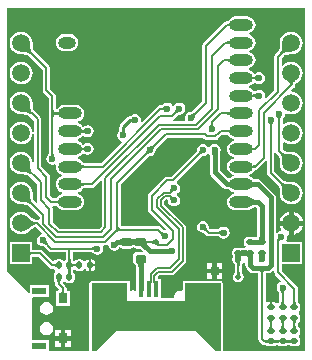
<source format=gtl>
G04*
G04 #@! TF.GenerationSoftware,Altium Limited,Altium Designer,19.1.9 (167)*
G04*
G04 Layer_Physical_Order=1*
G04 Layer_Color=255*
%FSLAX24Y24*%
%MOIN*%
G70*
G01*
G75*
%ADD10C,0.0059*%
%ADD11C,0.0079*%
%ADD12C,0.0098*%
G04:AMPARAMS|DCode=31|XSize=23.6mil|YSize=17.7mil|CornerRadius=4.4mil|HoleSize=0mil|Usage=FLASHONLY|Rotation=270.000|XOffset=0mil|YOffset=0mil|HoleType=Round|Shape=RoundedRectangle|*
%AMROUNDEDRECTD31*
21,1,0.0236,0.0089,0,0,270.0*
21,1,0.0148,0.0177,0,0,270.0*
1,1,0.0089,-0.0044,-0.0074*
1,1,0.0089,-0.0044,0.0074*
1,1,0.0089,0.0044,0.0074*
1,1,0.0089,0.0044,-0.0074*
%
%ADD31ROUNDEDRECTD31*%
%ADD32R,0.0315X0.0315*%
%ADD33R,0.0157X0.0531*%
%ADD34C,0.0197*%
G04:AMPARAMS|DCode=35|XSize=23.6mil|YSize=17.7mil|CornerRadius=4.4mil|HoleSize=0mil|Usage=FLASHONLY|Rotation=180.000|XOffset=0mil|YOffset=0mil|HoleType=Round|Shape=RoundedRectangle|*
%AMROUNDEDRECTD35*
21,1,0.0236,0.0089,0,0,180.0*
21,1,0.0148,0.0177,0,0,180.0*
1,1,0.0089,-0.0074,0.0044*
1,1,0.0089,0.0074,0.0044*
1,1,0.0089,0.0074,-0.0044*
1,1,0.0089,-0.0074,-0.0044*
%
%ADD35ROUNDEDRECTD35*%
%ADD36O,0.0787X0.0394*%
%ADD37O,0.0591X0.0394*%
%ADD38R,0.0472X0.0236*%
%ADD39R,0.0315X0.0354*%
G04:AMPARAMS|DCode=40|XSize=35.4mil|YSize=27.6mil|CornerRadius=6.9mil|HoleSize=0mil|Usage=FLASHONLY|Rotation=180.000|XOffset=0mil|YOffset=0mil|HoleType=Round|Shape=RoundedRectangle|*
%AMROUNDEDRECTD40*
21,1,0.0354,0.0138,0,0,180.0*
21,1,0.0217,0.0276,0,0,180.0*
1,1,0.0138,-0.0108,0.0069*
1,1,0.0138,0.0108,0.0069*
1,1,0.0138,0.0108,-0.0069*
1,1,0.0138,-0.0108,-0.0069*
%
%ADD40ROUNDEDRECTD40*%
G04:AMPARAMS|DCode=41|XSize=35.4mil|YSize=27.6mil|CornerRadius=6.9mil|HoleSize=0mil|Usage=FLASHONLY|Rotation=90.000|XOffset=0mil|YOffset=0mil|HoleType=Round|Shape=RoundedRectangle|*
%AMROUNDEDRECTD41*
21,1,0.0354,0.0138,0,0,90.0*
21,1,0.0217,0.0276,0,0,90.0*
1,1,0.0138,0.0069,0.0108*
1,1,0.0138,0.0069,-0.0108*
1,1,0.0138,-0.0069,-0.0108*
1,1,0.0138,-0.0069,0.0108*
%
%ADD41ROUNDEDRECTD41*%
%ADD42R,0.0571X0.0512*%
%ADD43R,0.0630X0.0551*%
%ADD44C,0.0157*%
%ADD45C,0.0039*%
%ADD46C,0.0591*%
%ADD47R,0.0591X0.0591*%
%ADD48C,0.0236*%
G36*
X7499Y10886D02*
X7498Y10894D01*
X7495Y10900D01*
X7491Y10906D01*
X7484Y10911D01*
X7476Y10915D01*
X7466Y10919D01*
X7454Y10922D01*
X7440Y10924D01*
X7424Y10925D01*
X7406Y10925D01*
Y11004D01*
X7424Y11004D01*
X7454Y11007D01*
X7466Y11010D01*
X7476Y11014D01*
X7484Y11018D01*
X7491Y11023D01*
X7495Y11029D01*
X7498Y11035D01*
X7499Y11043D01*
Y10886D01*
D02*
G37*
G36*
Y10296D02*
X7498Y10303D01*
X7495Y10310D01*
X7491Y10316D01*
X7484Y10321D01*
X7476Y10325D01*
X7466Y10328D01*
X7454Y10331D01*
X7440Y10333D01*
X7424Y10334D01*
X7406Y10335D01*
Y10413D01*
X7424Y10414D01*
X7454Y10417D01*
X7466Y10420D01*
X7476Y10423D01*
X7484Y10427D01*
X7491Y10432D01*
X7495Y10438D01*
X7498Y10445D01*
X7499Y10452D01*
Y10296D01*
D02*
G37*
G36*
X9536Y10059D02*
X9491Y10059D01*
X9411Y10054D01*
X9376Y10050D01*
X9344Y10044D01*
X9315Y10037D01*
X9290Y10028D01*
X9269Y10018D01*
X9250Y10007D01*
X9235Y9994D01*
X9179Y10050D01*
X9192Y10065D01*
X9203Y10084D01*
X9213Y10105D01*
X9222Y10130D01*
X9229Y10159D01*
X9235Y10191D01*
X9239Y10226D01*
X9244Y10306D01*
X9244Y10351D01*
X9536Y10059D01*
D02*
G37*
G36*
X835Y10306D02*
X839Y10226D01*
X844Y10191D01*
X850Y10159D01*
X857Y10130D01*
X865Y10105D01*
X875Y10084D01*
X887Y10065D01*
X899Y10050D01*
X844Y9994D01*
X829Y10007D01*
X810Y10018D01*
X788Y10028D01*
X763Y10037D01*
X735Y10044D01*
X703Y10050D01*
X668Y10054D01*
X588Y10059D01*
X542Y10059D01*
X835Y10351D01*
X835Y10306D01*
D02*
G37*
G36*
X9998Y80D02*
X7265D01*
Y2343D01*
X7259Y2373D01*
X7242Y2399D01*
X7216Y2417D01*
X7185Y2423D01*
X6004D01*
X5996Y2421D01*
X5925D01*
Y2350D01*
X5924Y2343D01*
Y2133D01*
X5874Y2100D01*
X5827Y2110D01*
X5758Y2096D01*
X5699Y2057D01*
X5660Y1998D01*
X5646Y1929D01*
X5652Y1902D01*
X5611Y1852D01*
X5197D01*
Y2490D01*
X5081D01*
Y2563D01*
X5144Y2626D01*
X5561D01*
X5603Y2634D01*
X5639Y2658D01*
X6003Y3023D01*
X6027Y3058D01*
X6036Y3101D01*
Y4213D01*
X6027Y4255D01*
X6003Y4291D01*
X5307Y4987D01*
Y5072D01*
X5380Y5146D01*
X5387D01*
X5429Y5118D01*
X5444Y5041D01*
X5488Y4976D01*
X5553Y4933D01*
X5630Y4917D01*
X5707Y4933D01*
X5772Y4976D01*
X5815Y5041D01*
X5831Y5118D01*
X5815Y5195D01*
X5772Y5260D01*
X5735Y5285D01*
Y5345D01*
X5772Y5370D01*
X5815Y5435D01*
X5831Y5512D01*
X5815Y5589D01*
X5772Y5654D01*
X5728Y5683D01*
X5716Y5742D01*
X6557Y6584D01*
X6560Y6586D01*
X6563Y6587D01*
X6567Y6589D01*
X6571Y6590D01*
X6575Y6591D01*
X6580Y6592D01*
X6585Y6593D01*
X6594Y6591D01*
X6671Y6606D01*
X6736Y6649D01*
X6747Y6665D01*
X6805Y6667D01*
X6828Y6639D01*
Y6043D01*
X6828Y6043D01*
X6840Y5982D01*
X6875Y5930D01*
X7268Y5536D01*
X7268Y5536D01*
X7320Y5501D01*
X7382Y5489D01*
X7437D01*
X7454Y5488D01*
X7481Y5453D01*
X7538Y5409D01*
X7605Y5381D01*
X7617Y5380D01*
Y5329D01*
X7605Y5328D01*
X7538Y5300D01*
X7481Y5256D01*
X7436Y5198D01*
X7409Y5131D01*
X7399Y5059D01*
X7409Y4987D01*
X7436Y4920D01*
X7481Y4863D01*
X7538Y4818D01*
X7605Y4791D01*
X7677Y4781D01*
X8071D01*
X8143Y4791D01*
X8210Y4818D01*
X8267Y4863D01*
X8289Y4891D01*
X8306Y4894D01*
X8359Y4898D01*
X8402Y4855D01*
Y3919D01*
X8399Y3884D01*
X8399Y3883D01*
X8346Y3881D01*
X8314D01*
X8285Y3882D01*
X8281Y3883D01*
X8243Y3890D01*
X8095D01*
X8047Y3881D01*
X8007Y3853D01*
X7980Y3813D01*
X7970Y3765D01*
Y3676D01*
X7980Y3628D01*
X8007Y3587D01*
X8019Y3579D01*
X8005Y3529D01*
X7952Y3527D01*
X7920D01*
X7891Y3528D01*
X7887Y3528D01*
X7849Y3536D01*
X7702D01*
X7654Y3526D01*
X7613Y3499D01*
X7586Y3458D01*
X7576Y3410D01*
Y3322D01*
X7586Y3274D01*
X7604Y3247D01*
X7590Y3226D01*
X7575Y3150D01*
X7590Y3073D01*
X7634Y3008D01*
X7642Y3002D01*
X7645Y2999D01*
X7648Y2995D01*
X7650Y2991D01*
X7652Y2987D01*
X7653Y2983D01*
X7654Y2982D01*
X7655Y2960D01*
Y2717D01*
X7655Y2716D01*
X7654Y2710D01*
X7653Y2705D01*
X7651Y2699D01*
X7648Y2693D01*
X7645Y2687D01*
X7642Y2680D01*
X7638Y2673D01*
X7632Y2665D01*
X7628Y2657D01*
X7609Y2628D01*
X7595Y2559D01*
X7609Y2490D01*
X7648Y2431D01*
X7706Y2392D01*
X7776Y2378D01*
X7845Y2392D01*
X7903Y2431D01*
X7942Y2490D01*
X7956Y2559D01*
X7942Y2628D01*
X7923Y2657D01*
X7920Y2665D01*
X7913Y2673D01*
X7909Y2680D01*
X7906Y2687D01*
X7903Y2693D01*
X7900Y2699D01*
X7899Y2705D01*
X7897Y2710D01*
X7896Y2716D01*
X7896Y2717D01*
Y2970D01*
X7896Y2977D01*
X7897Y2980D01*
X7898Y2983D01*
X7899Y2987D01*
X7901Y2991D01*
X7903Y2995D01*
X7906Y2999D01*
X7909Y3002D01*
X7918Y3008D01*
X7959Y3069D01*
X7962Y3070D01*
X8009Y3040D01*
Y2953D01*
X8009Y2953D01*
X8021Y2891D01*
X8056Y2839D01*
X8154Y2741D01*
X8154Y2741D01*
X8206Y2706D01*
X8268Y2694D01*
X8268Y2694D01*
X8401D01*
X8413Y2693D01*
X8429Y2690D01*
X8441Y2687D01*
X8443Y2665D01*
Y492D01*
X8443Y492D01*
X8452Y446D01*
X8478Y407D01*
X8557Y327D01*
X8557Y327D01*
X8596Y301D01*
X8643Y292D01*
X8676D01*
X8677Y292D01*
X8683Y291D01*
X8687Y290D01*
X8689Y290D01*
X8690Y288D01*
X8690Y288D01*
X8696Y280D01*
X8712Y269D01*
X8713Y268D01*
X8714Y268D01*
X8736Y252D01*
X8784Y243D01*
X8932D01*
X8980Y252D01*
X9003Y268D01*
X9003Y268D01*
X9004Y269D01*
X9021Y280D01*
X9026Y288D01*
X9027Y288D01*
X9028Y289D01*
X9030Y290D01*
X9034Y291D01*
X9039Y292D01*
X9041Y292D01*
X9070D01*
X9071Y292D01*
X9076Y291D01*
X9080Y290D01*
X9083Y290D01*
X9083Y288D01*
X9084Y288D01*
X9089Y280D01*
X9106Y269D01*
X9107Y268D01*
X9108Y268D01*
X9130Y252D01*
X9178Y243D01*
X9326D01*
X9374Y252D01*
X9396Y268D01*
X9397Y268D01*
X9398Y269D01*
X9414Y280D01*
X9420Y288D01*
X9421Y288D01*
X9421Y289D01*
X9424Y290D01*
X9428Y291D01*
X9433Y292D01*
X9434Y292D01*
X9463D01*
X9465Y292D01*
X9470Y291D01*
X9474Y290D01*
X9476Y290D01*
X9477Y288D01*
X9478Y288D01*
X9483Y280D01*
X9500Y269D01*
X9501Y268D01*
X9501Y268D01*
X9524Y252D01*
X9572Y243D01*
X9719D01*
X9768Y252D01*
X9808Y280D01*
X9835Y320D01*
X9845Y368D01*
Y457D01*
X9835Y505D01*
X9808Y546D01*
X9782Y563D01*
X9781Y568D01*
Y613D01*
X9782Y618D01*
X9808Y636D01*
X9835Y676D01*
X9845Y724D01*
Y813D01*
X9835Y861D01*
X9808Y901D01*
X9768Y929D01*
X9766Y929D01*
Y1040D01*
X9767Y1041D01*
X9808Y1068D01*
X9835Y1108D01*
X9845Y1156D01*
Y1245D01*
X9835Y1293D01*
X9808Y1334D01*
X9784Y1350D01*
X9783Y1353D01*
Y1403D01*
X9784Y1406D01*
X9808Y1422D01*
X9835Y1463D01*
X9845Y1511D01*
Y1599D01*
X9835Y1647D01*
X9808Y1688D01*
X9767Y1715D01*
X9766Y1716D01*
Y2165D01*
X9757Y2211D01*
X9731Y2251D01*
X9731Y2251D01*
X9215Y2766D01*
Y2980D01*
X9913D01*
Y3728D01*
X9396D01*
X9370Y3778D01*
X9398Y3821D01*
X9413Y3898D01*
X9407Y3929D01*
X9418Y3945D01*
X9450Y3969D01*
X9461Y3968D01*
Y4276D01*
X9153D01*
X9156Y4252D01*
X9195Y4156D01*
X9202Y4147D01*
X9181Y4092D01*
X9136Y4083D01*
X9071Y4040D01*
X9069Y4037D01*
X9019Y4052D01*
Y5217D01*
X9019Y5217D01*
X9007Y5278D01*
X8972Y5330D01*
X8539Y5763D01*
X8487Y5798D01*
X8425Y5810D01*
X8425Y5810D01*
X8356D01*
X8335Y5811D01*
X8307Y5815D01*
X8289Y5818D01*
X8267Y5846D01*
X8210Y5890D01*
X8143Y5918D01*
X8131Y5920D01*
Y5970D01*
X8143Y5972D01*
X8210Y5999D01*
X8267Y6044D01*
X8312Y6101D01*
X8319Y6120D01*
X8327D01*
X8327Y6120D01*
X8373Y6129D01*
X8412Y6155D01*
X8688Y6431D01*
X8738Y6410D01*
Y6035D01*
X8738Y6035D01*
X8747Y5989D01*
X8773Y5950D01*
X9126Y5597D01*
X9127Y5596D01*
X9132Y5587D01*
X9139Y5574D01*
X9145Y5555D01*
X9151Y5533D01*
X9155Y5506D01*
X9159Y5476D01*
X9164Y5400D01*
X9164Y5367D01*
X9162Y5354D01*
X9175Y5257D01*
X9213Y5166D01*
X9273Y5088D01*
X9351Y5028D01*
X9442Y4990D01*
X9539Y4977D01*
X9637Y4990D01*
X9728Y5028D01*
X9806Y5088D01*
X9866Y5166D01*
X9904Y5257D01*
X9917Y5354D01*
X9904Y5452D01*
X9866Y5543D01*
X9806Y5621D01*
X9728Y5681D01*
X9637Y5719D01*
X9539Y5732D01*
X9527Y5730D01*
X9494Y5730D01*
X9418Y5734D01*
X9388Y5738D01*
X9361Y5743D01*
X9338Y5749D01*
X9320Y5755D01*
X9306Y5761D01*
X9297Y5767D01*
X9296Y5768D01*
X8979Y6085D01*
Y6696D01*
X8984Y6698D01*
X9029Y6705D01*
X9049Y6675D01*
X9126Y6597D01*
X9127Y6596D01*
X9132Y6587D01*
X9139Y6574D01*
X9145Y6555D01*
X9151Y6533D01*
X9155Y6506D01*
X9159Y6476D01*
X9164Y6400D01*
X9164Y6367D01*
X9162Y6354D01*
X9175Y6257D01*
X9213Y6166D01*
X9273Y6088D01*
X9351Y6028D01*
X9442Y5990D01*
X9539Y5977D01*
X9637Y5990D01*
X9728Y6028D01*
X9806Y6088D01*
X9866Y6166D01*
X9904Y6257D01*
X9917Y6354D01*
X9904Y6452D01*
X9866Y6543D01*
X9806Y6621D01*
X9728Y6681D01*
X9637Y6719D01*
X9539Y6732D01*
X9527Y6730D01*
X9494Y6730D01*
X9418Y6734D01*
X9388Y6738D01*
X9361Y6743D01*
X9338Y6749D01*
X9320Y6755D01*
X9306Y6761D01*
X9297Y6767D01*
X9296Y6768D01*
X9254Y6810D01*
Y7039D01*
X9304Y7063D01*
X9351Y7028D01*
X9442Y6990D01*
X9539Y6977D01*
X9637Y6990D01*
X9728Y7028D01*
X9806Y7088D01*
X9866Y7166D01*
X9904Y7257D01*
X9917Y7354D01*
X9904Y7452D01*
X9866Y7543D01*
X9806Y7621D01*
X9728Y7681D01*
X9637Y7719D01*
X9539Y7732D01*
X9442Y7719D01*
X9351Y7681D01*
X9304Y7645D01*
X9254Y7670D01*
Y7819D01*
X9255Y7822D01*
X9256Y7826D01*
X9258Y7830D01*
X9259Y7833D01*
X9262Y7837D01*
X9265Y7841D01*
X9267Y7845D01*
X9276Y7850D01*
X9319Y7915D01*
X9332Y7981D01*
X9364Y8007D01*
X9381Y8015D01*
X9442Y7990D01*
X9539Y7977D01*
X9637Y7990D01*
X9728Y8028D01*
X9806Y8088D01*
X9866Y8166D01*
X9904Y8257D01*
X9917Y8354D01*
X9904Y8452D01*
X9866Y8543D01*
X9806Y8621D01*
X9728Y8681D01*
X9637Y8719D01*
X9560Y8729D01*
X9541Y8780D01*
X9625Y8864D01*
X9625Y8864D01*
X9651Y8903D01*
X9660Y8949D01*
X9660Y8949D01*
Y8961D01*
X9661Y8969D01*
X9663Y8977D01*
X9666Y8983D01*
X9669Y8989D01*
X9673Y8994D01*
X9678Y9000D01*
X9684Y9005D01*
X9693Y9011D01*
X9706Y9018D01*
X9708Y9019D01*
X9728Y9028D01*
X9806Y9088D01*
X9866Y9166D01*
X9904Y9257D01*
X9917Y9354D01*
X9904Y9452D01*
X9866Y9543D01*
X9806Y9621D01*
X9728Y9681D01*
X9637Y9719D01*
X9539Y9732D01*
X9442Y9719D01*
X9351Y9681D01*
X9273Y9621D01*
X9262Y9608D01*
X9215Y9624D01*
Y9860D01*
X9296Y9941D01*
X9297Y9942D01*
X9306Y9947D01*
X9320Y9954D01*
X9338Y9960D01*
X9361Y9966D01*
X9388Y9970D01*
X9418Y9974D01*
X9494Y9979D01*
X9527Y9979D01*
X9539Y9977D01*
X9637Y9990D01*
X9728Y10028D01*
X9806Y10088D01*
X9866Y10166D01*
X9904Y10257D01*
X9917Y10354D01*
X9904Y10452D01*
X9866Y10543D01*
X9806Y10621D01*
X9728Y10681D01*
X9637Y10719D01*
X9539Y10732D01*
X9442Y10719D01*
X9351Y10681D01*
X9273Y10621D01*
X9213Y10543D01*
X9175Y10452D01*
X9162Y10354D01*
X9164Y10342D01*
X9164Y10309D01*
X9159Y10233D01*
X9155Y10203D01*
X9151Y10176D01*
X9145Y10153D01*
X9139Y10135D01*
X9132Y10121D01*
X9127Y10112D01*
X9126Y10111D01*
X9009Y9995D01*
X8983Y9956D01*
X8974Y9909D01*
X8974Y9909D01*
Y8790D01*
X8697Y8513D01*
X8653Y8539D01*
X8665Y8602D01*
X8650Y8679D01*
X8606Y8744D01*
X8541Y8788D01*
X8465Y8803D01*
X8388Y8788D01*
X8353Y8765D01*
X8320Y8746D01*
X8286Y8775D01*
X8267Y8799D01*
X8210Y8843D01*
X8143Y8871D01*
X8131Y8872D01*
Y8923D01*
X8143Y8924D01*
X8210Y8952D01*
X8267Y8996D01*
X8286Y9020D01*
X8320Y9049D01*
X8353Y9030D01*
X8388Y9007D01*
X8465Y8992D01*
X8541Y9007D01*
X8606Y9051D01*
X8650Y9116D01*
X8665Y9193D01*
X8650Y9270D01*
X8606Y9335D01*
X8541Y9378D01*
X8465Y9394D01*
X8388Y9378D01*
X8353Y9355D01*
X8320Y9337D01*
X8286Y9366D01*
X8267Y9389D01*
X8210Y9434D01*
X8143Y9461D01*
X8131Y9463D01*
Y9513D01*
X8143Y9515D01*
X8210Y9543D01*
X8267Y9587D01*
X8312Y9644D01*
X8339Y9712D01*
X8349Y9783D01*
X8339Y9855D01*
X8312Y9922D01*
X8267Y9980D01*
X8210Y10024D01*
X8143Y10052D01*
X8131Y10054D01*
Y10104D01*
X8143Y10106D01*
X8210Y10133D01*
X8267Y10177D01*
X8312Y10235D01*
X8339Y10302D01*
X8349Y10374D01*
X8339Y10446D01*
X8312Y10513D01*
X8267Y10571D01*
X8210Y10615D01*
X8143Y10643D01*
X8131Y10644D01*
Y10695D01*
X8143Y10696D01*
X8210Y10724D01*
X8267Y10768D01*
X8312Y10826D01*
X8339Y10893D01*
X8349Y10965D01*
X8339Y11037D01*
X8312Y11104D01*
X8267Y11161D01*
X8210Y11205D01*
X8143Y11233D01*
X8071Y11243D01*
X7677D01*
X7605Y11233D01*
X7538Y11205D01*
X7481Y11161D01*
X7436Y11104D01*
X7429Y11086D01*
X7423Y11085D01*
X7382D01*
X7382Y11085D01*
X7336Y11076D01*
X7297Y11050D01*
X7297Y11050D01*
X6608Y10361D01*
X6582Y10322D01*
X6572Y10276D01*
X6572Y10276D01*
Y8416D01*
X6238Y8082D01*
X6235Y8080D01*
X6232Y8078D01*
X6228Y8076D01*
X6224Y8075D01*
X6220Y8074D01*
X6215Y8073D01*
X6211Y8073D01*
X6201Y8075D01*
X6124Y8059D01*
X6059Y8016D01*
X6015Y7951D01*
X6000Y7874D01*
X6013Y7808D01*
X5986Y7758D01*
X5615D01*
X5613Y7764D01*
X5606Y7808D01*
X5636Y7828D01*
X5770Y7962D01*
X5773Y7964D01*
X5776Y7965D01*
X5780Y7967D01*
X5784Y7968D01*
X5788Y7969D01*
X5793Y7970D01*
X5797Y7971D01*
X5807Y7969D01*
X5884Y7984D01*
X5949Y8027D01*
X5993Y8092D01*
X6008Y8169D01*
X5993Y8246D01*
X5949Y8311D01*
X5884Y8355D01*
X5807Y8370D01*
X5730Y8355D01*
X5665Y8311D01*
X5640Y8274D01*
X5580D01*
X5555Y8311D01*
X5490Y8355D01*
X5413Y8370D01*
X5337Y8355D01*
X5271Y8311D01*
X5266Y8303D01*
X5263Y8300D01*
X5258Y8297D01*
X5255Y8295D01*
X5251Y8293D01*
X5247Y8292D01*
X5244Y8290D01*
X5240Y8290D01*
X5177D01*
X5131Y8281D01*
X5092Y8254D01*
X5092Y8254D01*
X4570Y7732D01*
X4524Y7757D01*
X4531Y7795D01*
X4516Y7872D01*
X4473Y7937D01*
X4408Y7981D01*
X4331Y7996D01*
X4254Y7981D01*
X4189Y7937D01*
X4181Y7926D01*
X4173D01*
X4123Y7916D01*
X4081Y7888D01*
X3845Y7651D01*
X3816Y7609D01*
X3807Y7559D01*
Y7447D01*
X3806Y7443D01*
X3805Y7438D01*
X3804Y7435D01*
X3803Y7432D01*
X3802Y7430D01*
X3801Y7430D01*
X3795Y7425D01*
X3752Y7360D01*
X3736Y7283D01*
X3752Y7207D01*
X3795Y7142D01*
X3860Y7098D01*
X3871Y7096D01*
X3886Y7048D01*
X3198Y6361D01*
X2613D01*
X2611Y6361D01*
X2603Y6379D01*
X2559Y6437D01*
X2501Y6481D01*
X2434Y6509D01*
X2422Y6510D01*
Y6561D01*
X2434Y6562D01*
X2501Y6590D01*
X2559Y6634D01*
X2577Y6658D01*
X2612Y6687D01*
X2645Y6668D01*
X2679Y6645D01*
X2756Y6630D01*
X2833Y6645D01*
X2898Y6689D01*
X2941Y6754D01*
X2957Y6831D01*
X2941Y6908D01*
X2898Y6973D01*
X2833Y7016D01*
X2756Y7031D01*
X2679Y7016D01*
X2645Y6993D01*
X2612Y6975D01*
X2577Y7003D01*
X2559Y7027D01*
X2501Y7071D01*
X2434Y7099D01*
X2422Y7101D01*
Y7151D01*
X2434Y7153D01*
X2501Y7181D01*
X2559Y7225D01*
X2577Y7248D01*
X2612Y7277D01*
X2645Y7259D01*
X2679Y7236D01*
X2756Y7221D01*
X2833Y7236D01*
X2898Y7279D01*
X2941Y7344D01*
X2957Y7421D01*
X2941Y7498D01*
X2898Y7563D01*
X2833Y7607D01*
X2756Y7622D01*
X2679Y7607D01*
X2645Y7584D01*
X2612Y7565D01*
X2577Y7594D01*
X2559Y7618D01*
X2501Y7662D01*
X2434Y7690D01*
X2422Y7691D01*
Y7742D01*
X2434Y7743D01*
X2501Y7771D01*
X2559Y7815D01*
X2603Y7873D01*
X2631Y7940D01*
X2640Y8012D01*
X2631Y8084D01*
X2603Y8151D01*
X2559Y8208D01*
X2501Y8253D01*
X2434Y8280D01*
X2362Y8290D01*
X1969D01*
X1897Y8280D01*
X1830Y8253D01*
X1772Y8208D01*
X1745Y8174D01*
X1695Y8191D01*
Y8583D01*
X1695Y8583D01*
X1686Y8629D01*
X1660Y8668D01*
X1498Y8829D01*
Y9516D01*
X1489Y9562D01*
X1463Y9601D01*
X1463Y9601D01*
X953Y10111D01*
X952Y10112D01*
X946Y10121D01*
X940Y10135D01*
X934Y10153D01*
X928Y10176D01*
X923Y10203D01*
X919Y10233D01*
X915Y10309D01*
X915Y10342D01*
X917Y10354D01*
X904Y10452D01*
X866Y10543D01*
X806Y10621D01*
X728Y10681D01*
X637Y10719D01*
X539Y10732D01*
X442Y10719D01*
X351Y10681D01*
X273Y10621D01*
X213Y10543D01*
X175Y10452D01*
X162Y10354D01*
X175Y10257D01*
X213Y10166D01*
X273Y10088D01*
X351Y10028D01*
X442Y9990D01*
X539Y9977D01*
X552Y9979D01*
X585Y9979D01*
X661Y9974D01*
X691Y9970D01*
X718Y9966D01*
X741Y9960D01*
X759Y9954D01*
X772Y9947D01*
X781Y9942D01*
X782Y9941D01*
X1258Y9466D01*
Y8780D01*
X1258Y8780D01*
X1267Y8733D01*
X1293Y8694D01*
X1454Y8533D01*
Y8012D01*
Y6670D01*
X1454Y6666D01*
X1453Y6662D01*
X1451Y6659D01*
X1449Y6655D01*
X1447Y6651D01*
X1444Y6647D01*
X1441Y6644D01*
X1433Y6638D01*
X1389Y6573D01*
X1374Y6496D01*
X1389Y6419D01*
X1433Y6354D01*
X1498Y6311D01*
X1575Y6295D01*
X1652Y6311D01*
X1696Y6280D01*
X1691Y6240D01*
X1700Y6168D01*
X1728Y6101D01*
X1772Y6044D01*
X1830Y5999D01*
X1897Y5972D01*
X1908Y5970D01*
Y5920D01*
X1897Y5918D01*
X1830Y5890D01*
X1772Y5846D01*
X1728Y5789D01*
X1700Y5722D01*
X1691Y5650D01*
X1700Y5578D01*
X1728Y5511D01*
X1772Y5453D01*
X1830Y5409D01*
X1897Y5381D01*
X1908Y5380D01*
Y5329D01*
X1897Y5328D01*
X1830Y5300D01*
X1772Y5256D01*
X1728Y5198D01*
X1720Y5180D01*
X1715Y5179D01*
X1585D01*
X1498Y5266D01*
Y5906D01*
X1489Y5952D01*
X1463Y5991D01*
X1463Y5991D01*
X1203Y6251D01*
Y7811D01*
X1194Y7857D01*
X1168Y7896D01*
X953Y8111D01*
X952Y8112D01*
X946Y8121D01*
X940Y8135D01*
X934Y8153D01*
X928Y8176D01*
X923Y8203D01*
X919Y8233D01*
X915Y8309D01*
X915Y8342D01*
X917Y8354D01*
X904Y8452D01*
X866Y8543D01*
X806Y8621D01*
X728Y8681D01*
X637Y8719D01*
X539Y8732D01*
X442Y8719D01*
X351Y8681D01*
X273Y8621D01*
X213Y8543D01*
X175Y8452D01*
X162Y8354D01*
X175Y8257D01*
X213Y8166D01*
X273Y8088D01*
X351Y8028D01*
X442Y7990D01*
X539Y7977D01*
X552Y7979D01*
X585Y7979D01*
X661Y7974D01*
X691Y7970D01*
X718Y7966D01*
X741Y7960D01*
X759Y7954D01*
X772Y7947D01*
X781Y7942D01*
X782Y7941D01*
X962Y7761D01*
Y7391D01*
X912Y7387D01*
X904Y7452D01*
X866Y7543D01*
X806Y7621D01*
X728Y7681D01*
X637Y7719D01*
X539Y7732D01*
X442Y7719D01*
X351Y7681D01*
X273Y7621D01*
X213Y7543D01*
X175Y7452D01*
X162Y7354D01*
X175Y7257D01*
X213Y7166D01*
X273Y7088D01*
X351Y7028D01*
X442Y6990D01*
X539Y6977D01*
X637Y6990D01*
X728Y7028D01*
X806Y7088D01*
X866Y7166D01*
X904Y7257D01*
X912Y7321D01*
X962Y7318D01*
Y6391D01*
X912Y6387D01*
X904Y6452D01*
X866Y6543D01*
X806Y6621D01*
X728Y6681D01*
X637Y6719D01*
X539Y6732D01*
X442Y6719D01*
X351Y6681D01*
X273Y6621D01*
X213Y6543D01*
X175Y6452D01*
X162Y6354D01*
X175Y6257D01*
X213Y6166D01*
X273Y6088D01*
X351Y6028D01*
X442Y5990D01*
X539Y5977D01*
X552Y5979D01*
X585Y5979D01*
X661Y5974D01*
X691Y5970D01*
X718Y5966D01*
X741Y5960D01*
X759Y5954D01*
X772Y5947D01*
X781Y5942D01*
X782Y5941D01*
X1061Y5663D01*
Y5118D01*
X1061Y5118D01*
X1070Y5072D01*
X1084Y5050D01*
X1045Y5019D01*
X953Y5111D01*
X952Y5112D01*
X946Y5121D01*
X940Y5135D01*
X934Y5153D01*
X928Y5176D01*
X923Y5203D01*
X919Y5233D01*
X915Y5309D01*
X915Y5342D01*
X917Y5354D01*
X904Y5452D01*
X866Y5543D01*
X806Y5621D01*
X728Y5681D01*
X637Y5719D01*
X539Y5732D01*
X442Y5719D01*
X351Y5681D01*
X273Y5621D01*
X213Y5543D01*
X175Y5452D01*
X162Y5354D01*
X175Y5257D01*
X213Y5166D01*
X273Y5088D01*
X351Y5028D01*
X442Y4990D01*
X539Y4977D01*
X552Y4979D01*
X585Y4979D01*
X661Y4974D01*
X691Y4970D01*
X718Y4966D01*
X741Y4960D01*
X759Y4954D01*
X772Y4947D01*
X781Y4942D01*
X782Y4941D01*
X1159Y4564D01*
Y4490D01*
X1109Y4463D01*
X1105Y4466D01*
X1059Y4475D01*
X1059Y4475D01*
X1004D01*
X1002Y4475D01*
X992Y4477D01*
X978Y4483D01*
X961Y4491D01*
X940Y4503D01*
X918Y4519D01*
X894Y4537D01*
X837Y4588D01*
X814Y4611D01*
X806Y4621D01*
X728Y4681D01*
X637Y4719D01*
X539Y4732D01*
X442Y4719D01*
X351Y4681D01*
X273Y4621D01*
X213Y4543D01*
X175Y4452D01*
X162Y4354D01*
X175Y4257D01*
X213Y4166D01*
X273Y4088D01*
X351Y4028D01*
X442Y3990D01*
X539Y3977D01*
X637Y3990D01*
X728Y4028D01*
X806Y4088D01*
X814Y4098D01*
X837Y4121D01*
X894Y4171D01*
X918Y4190D01*
X940Y4206D01*
X961Y4218D01*
X978Y4226D01*
X992Y4231D01*
X1002Y4234D01*
X1004Y4234D01*
X1009D01*
X1220Y4023D01*
X1203Y3969D01*
X1183Y3965D01*
X1118Y3921D01*
X1074Y3856D01*
X1059Y3780D01*
X1074Y3703D01*
X1118Y3638D01*
X1183Y3594D01*
X1260Y3579D01*
X1270Y3581D01*
X1274Y3580D01*
X1279Y3580D01*
X1283Y3578D01*
X1287Y3577D01*
X1291Y3576D01*
X1294Y3574D01*
X1297Y3572D01*
X1450Y3419D01*
X1450Y3419D01*
X1489Y3393D01*
X1535Y3384D01*
X1535Y3384D01*
X2025D01*
Y3135D01*
X2025Y3134D01*
X2024Y3128D01*
X2023Y3124D01*
X2023Y3122D01*
X2021Y3121D01*
X2021Y3121D01*
X2013Y3115D01*
X2002Y3099D01*
X2001Y3098D01*
X2001Y3097D01*
X1996Y3091D01*
X1993Y3090D01*
X1944D01*
X1941Y3091D01*
X1924Y3115D01*
X1884Y3142D01*
X1836Y3152D01*
X1747D01*
X1699Y3142D01*
X1658Y3115D01*
X1656Y3112D01*
X1592Y3106D01*
X1258Y3439D01*
X1219Y3466D01*
X1173Y3475D01*
X1173Y3475D01*
X913D01*
Y3728D01*
X165D01*
Y2980D01*
X913D01*
Y3234D01*
X1123D01*
X1490Y2868D01*
X1529Y2842D01*
X1575Y2832D01*
X1631D01*
X1631Y2831D01*
X1658Y2790D01*
X1665Y2786D01*
Y2726D01*
X1658Y2722D01*
X1631Y2681D01*
X1622Y2633D01*
Y2485D01*
X1631Y2437D01*
X1646Y2415D01*
X1646Y2414D01*
X1647Y2413D01*
X1658Y2397D01*
X1667Y2391D01*
X1667Y2390D01*
X1668Y2390D01*
X1669Y2387D01*
X1670Y2383D01*
X1671Y2378D01*
X1671Y2377D01*
Y2323D01*
X1671Y2323D01*
X1680Y2277D01*
X1706Y2238D01*
X1788Y2156D01*
X1767Y2106D01*
X1693D01*
Y1594D01*
X2165D01*
Y2106D01*
X2050D01*
Y2185D01*
X2050Y2185D01*
X2040Y2231D01*
X2014Y2270D01*
X2014Y2270D01*
X1937Y2348D01*
X1936Y2348D01*
X1929Y2378D01*
X1952Y2408D01*
X2006Y2406D01*
X2013Y2397D01*
X2053Y2369D01*
X2101Y2360D01*
X2190D01*
X2238Y2369D01*
X2279Y2397D01*
X2306Y2437D01*
X2315Y2485D01*
Y2633D01*
X2306Y2681D01*
X2291Y2703D01*
X2291Y2704D01*
X2290Y2705D01*
X2279Y2722D01*
X2270Y2727D01*
X2270Y2728D01*
X2269Y2729D01*
X2268Y2731D01*
X2267Y2735D01*
X2266Y2740D01*
X2266Y2741D01*
Y2770D01*
X2266Y2772D01*
X2267Y2777D01*
X2268Y2781D01*
X2269Y2783D01*
X2270Y2784D01*
X2270Y2785D01*
X2279Y2790D01*
X2283Y2797D01*
X2316Y2803D01*
X2343Y2797D01*
X2347Y2790D01*
X2388Y2763D01*
X2436Y2754D01*
X2525D01*
X2573Y2763D01*
X2613Y2790D01*
X2630Y2815D01*
X2632Y2816D01*
X2682D01*
X2685Y2815D01*
X2702Y2790D01*
X2742Y2763D01*
X2790Y2754D01*
X2795D01*
Y2953D01*
Y3152D01*
X2790D01*
X2742Y3142D01*
X2702Y3115D01*
X2685Y3091D01*
X2682Y3090D01*
X2632D01*
X2630Y3091D01*
X2613Y3115D01*
X2573Y3142D01*
X2525Y3152D01*
X2436D01*
X2388Y3142D01*
X2347Y3115D01*
X2343Y3109D01*
X2316Y3103D01*
X2283Y3109D01*
X2279Y3115D01*
X2270Y3121D01*
X2270Y3121D01*
X2269Y3122D01*
X2268Y3124D01*
X2267Y3128D01*
X2266Y3134D01*
X2266Y3135D01*
Y3384D01*
X2897D01*
X2901Y3383D01*
X2905Y3382D01*
X2908Y3380D01*
X2912Y3378D01*
X2916Y3376D01*
X2920Y3373D01*
X2923Y3370D01*
X2929Y3362D01*
X2994Y3319D01*
X3071Y3303D01*
X3148Y3319D01*
X3213Y3362D01*
X3256Y3427D01*
X3272Y3504D01*
X3258Y3570D01*
X3286Y3620D01*
X3346D01*
X3346Y3620D01*
X3393Y3629D01*
X3393Y3629D01*
X3448Y3606D01*
X3456Y3565D01*
X3500Y3500D01*
X3565Y3456D01*
X3642Y3441D01*
X3719Y3456D01*
X3784Y3500D01*
X3814Y3545D01*
X3821D01*
X3870Y3512D01*
X3927Y3501D01*
X4144D01*
X4182Y3509D01*
X4183Y3509D01*
X4185Y3509D01*
X4201Y3512D01*
X4211Y3519D01*
X4212Y3520D01*
X4227Y3528D01*
X4239Y3535D01*
X4252Y3541D01*
X4266Y3546D01*
X4281Y3551D01*
X4281Y3551D01*
X4282Y3551D01*
X4297Y3546D01*
X4311Y3541D01*
X4324Y3535D01*
X4336Y3528D01*
X4351Y3520D01*
X4352Y3519D01*
X4362Y3512D01*
X4378Y3509D01*
X4380Y3509D01*
X4381Y3509D01*
X4419Y3501D01*
X4504D01*
X4511Y3497D01*
X4530Y3484D01*
X4574Y3447D01*
X4586Y3435D01*
X4567Y3389D01*
X4419D01*
X4362Y3377D01*
X4313Y3345D01*
X4280Y3296D01*
X4269Y3238D01*
Y3100D01*
X4280Y3043D01*
X4301Y3012D01*
X4301Y3011D01*
X4302Y3010D01*
X4313Y2994D01*
X4322Y2988D01*
X4322Y2987D01*
X4333Y2979D01*
X4340Y2973D01*
X4346Y2966D01*
X4351Y2958D01*
X4356Y2948D01*
X4360Y2937D01*
X4363Y2925D01*
X4366Y2910D01*
X4367Y2902D01*
Y2146D01*
X4370Y2130D01*
Y2123D01*
X4329Y2094D01*
X4320Y2096D01*
X4252Y2110D01*
X4205Y2100D01*
X4155Y2133D01*
Y2343D01*
X4154Y2350D01*
Y2421D01*
X4083D01*
X4075Y2423D01*
X2894D01*
X2863Y2417D01*
X2837Y2399D01*
X2820Y2373D01*
X2813Y2343D01*
Y2182D01*
X2812Y2175D01*
Y1959D01*
X2813Y1952D01*
Y1690D01*
X2812Y1683D01*
Y1467D01*
X2813Y1460D01*
Y80D01*
X1457D01*
Y472D01*
X907D01*
Y1870D01*
X923Y1890D01*
X1457D01*
Y2283D01*
X827D01*
Y2049D01*
X781Y2030D01*
X80Y2730D01*
Y11516D01*
X9998D01*
Y80D01*
D02*
G37*
G36*
X7499Y9705D02*
X7498Y9713D01*
X7495Y9719D01*
X7491Y9725D01*
X7484Y9730D01*
X7476Y9734D01*
X7466Y9738D01*
X7454Y9741D01*
X7440Y9743D01*
X7424Y9744D01*
X7406Y9744D01*
Y9823D01*
X7424Y9823D01*
X7454Y9826D01*
X7466Y9829D01*
X7476Y9833D01*
X7484Y9837D01*
X7491Y9842D01*
X7495Y9848D01*
X7498Y9854D01*
X7499Y9862D01*
Y9705D01*
D02*
G37*
G36*
X8380Y9110D02*
X8372Y9118D01*
X8363Y9126D01*
X8354Y9132D01*
X8344Y9138D01*
X8335Y9143D01*
X8325Y9147D01*
X8314Y9150D01*
X8306Y9151D01*
X8294Y9150D01*
X8282Y9147D01*
X8272Y9144D01*
X8264Y9140D01*
X8257Y9134D01*
X8253Y9129D01*
X8250Y9122D01*
X8249Y9115D01*
Y9271D01*
X8250Y9264D01*
X8253Y9257D01*
X8257Y9251D01*
X8264Y9246D01*
X8272Y9242D01*
X8282Y9239D01*
X8294Y9236D01*
X8305Y9234D01*
X8314Y9236D01*
X8325Y9239D01*
X8335Y9243D01*
X8344Y9248D01*
X8354Y9254D01*
X8363Y9260D01*
X8372Y9267D01*
X8380Y9276D01*
Y9110D01*
D02*
G37*
G36*
X9651Y9079D02*
X9636Y9069D01*
X9622Y9058D01*
X9611Y9045D01*
X9601Y9032D01*
X9593Y9018D01*
X9587Y9002D01*
X9582Y8985D01*
X9580Y8968D01*
X9579Y8949D01*
X9500D01*
X9499Y8968D01*
X9496Y8985D01*
X9492Y9002D01*
X9486Y9018D01*
X9478Y9032D01*
X9468Y9045D01*
X9456Y9058D01*
X9443Y9069D01*
X9428Y9079D01*
X9411Y9089D01*
X9668D01*
X9651Y9079D01*
D02*
G37*
G36*
X8380Y8520D02*
X8372Y8528D01*
X8363Y8535D01*
X8354Y8542D01*
X8344Y8547D01*
X8335Y8552D01*
X8325Y8556D01*
X8314Y8559D01*
X8306Y8561D01*
X8294Y8559D01*
X8282Y8557D01*
X8272Y8553D01*
X8264Y8549D01*
X8257Y8544D01*
X8253Y8538D01*
X8250Y8531D01*
X8249Y8524D01*
Y8681D01*
X8250Y8673D01*
X8253Y8667D01*
X8257Y8661D01*
X8264Y8656D01*
X8272Y8651D01*
X8282Y8648D01*
X8294Y8645D01*
X8305Y8644D01*
X8314Y8646D01*
X8325Y8649D01*
X8335Y8653D01*
X8344Y8657D01*
X8354Y8663D01*
X8363Y8669D01*
X8372Y8677D01*
X8380Y8685D01*
Y8520D01*
D02*
G37*
G36*
X5329Y8087D02*
X5320Y8095D01*
X5312Y8102D01*
X5302Y8109D01*
X5293Y8114D01*
X5283Y8119D01*
X5273Y8123D01*
X5263Y8126D01*
X5253Y8128D01*
X5242Y8129D01*
X5231Y8130D01*
Y8209D01*
X5242Y8209D01*
X5253Y8210D01*
X5263Y8213D01*
X5273Y8216D01*
X5283Y8219D01*
X5293Y8224D01*
X5302Y8230D01*
X5312Y8236D01*
X5320Y8244D01*
X5329Y8252D01*
Y8087D01*
D02*
G37*
G36*
X5806Y8051D02*
X5794Y8051D01*
X5783Y8050D01*
X5771Y8048D01*
X5761Y8045D01*
X5751Y8042D01*
X5741Y8038D01*
X5732Y8033D01*
X5723Y8027D01*
X5714Y8020D01*
X5706Y8013D01*
X5650Y8068D01*
X5658Y8076D01*
X5664Y8085D01*
X5670Y8094D01*
X5675Y8103D01*
X5680Y8113D01*
X5683Y8123D01*
X5686Y8134D01*
X5688Y8145D01*
X5689Y8156D01*
X5689Y8168D01*
X5806Y8051D01*
D02*
G37*
G36*
X835Y8306D02*
X839Y8226D01*
X844Y8191D01*
X850Y8159D01*
X857Y8130D01*
X865Y8105D01*
X875Y8084D01*
X887Y8065D01*
X899Y8050D01*
X844Y7994D01*
X829Y8007D01*
X810Y8018D01*
X788Y8028D01*
X763Y8037D01*
X735Y8044D01*
X703Y8050D01*
X668Y8054D01*
X588Y8059D01*
X542Y8059D01*
X835Y8351D01*
X835Y8306D01*
D02*
G37*
G36*
X7499Y7934D02*
X7498Y7941D01*
X7495Y7948D01*
X7491Y7953D01*
X7484Y7958D01*
X7476Y7963D01*
X7466Y7966D01*
X7454Y7969D01*
X7440Y7971D01*
X7424Y7972D01*
X7406Y7972D01*
Y8051D01*
X7424Y8052D01*
X7454Y8055D01*
X7466Y8057D01*
X7476Y8061D01*
X7484Y8065D01*
X7491Y8070D01*
X7495Y8076D01*
X7498Y8083D01*
X7499Y8090D01*
Y7934D01*
D02*
G37*
G36*
X1790D02*
X1790Y7941D01*
X1787Y7948D01*
X1782Y7953D01*
X1776Y7958D01*
X1767Y7963D01*
X1757Y7966D01*
X1745Y7969D01*
X1731Y7971D01*
X1715Y7972D01*
X1698Y7972D01*
Y8051D01*
X1715Y8052D01*
X1745Y8055D01*
X1757Y8057D01*
X1767Y8061D01*
X1776Y8065D01*
X1782Y8070D01*
X1787Y8076D01*
X1790Y8083D01*
X1790Y8090D01*
Y7934D01*
D02*
G37*
G36*
X1615Y8115D02*
X1617Y8102D01*
X1621Y8090D01*
X1627Y8080D01*
X1634Y8071D01*
X1643Y8064D01*
X1653Y8058D01*
X1665Y8054D01*
X1678Y8052D01*
X1693Y8051D01*
Y7972D01*
X1678Y7972D01*
X1665Y7969D01*
X1653Y7965D01*
X1643Y7960D01*
X1634Y7953D01*
X1627Y7944D01*
X1621Y7934D01*
X1617Y7922D01*
X1615Y7909D01*
X1614Y7894D01*
X1535Y8012D01*
X1614Y8130D01*
X1615Y8115D01*
D02*
G37*
G36*
X6357Y7975D02*
X6350Y7967D01*
X6343Y7958D01*
X6338Y7950D01*
X6332Y7940D01*
X6328Y7930D01*
X6325Y7920D01*
X6322Y7910D01*
X6320Y7899D01*
X6319Y7887D01*
X6319Y7875D01*
X6202Y7992D01*
X6214Y7992D01*
X6225Y7993D01*
X6236Y7995D01*
X6247Y7998D01*
X6257Y8001D01*
X6267Y8006D01*
X6276Y8011D01*
X6285Y8017D01*
X6294Y8023D01*
X6302Y8031D01*
X6357Y7975D01*
D02*
G37*
G36*
X9208Y7899D02*
X9201Y7890D01*
X9194Y7881D01*
X9189Y7872D01*
X9184Y7862D01*
X9180Y7852D01*
X9177Y7842D01*
X9175Y7832D01*
X9174Y7821D01*
X9173Y7810D01*
X9094D01*
X9094Y7821D01*
X9093Y7832D01*
X9091Y7842D01*
X9088Y7852D01*
X9084Y7862D01*
X9079Y7872D01*
X9073Y7881D01*
X9067Y7890D01*
X9059Y7899D01*
X9051Y7908D01*
X9217D01*
X9208Y7899D01*
D02*
G37*
G36*
X8933Y7702D02*
X8925Y7693D01*
X8919Y7684D01*
X8913Y7675D01*
X8908Y7665D01*
X8905Y7655D01*
X8902Y7645D01*
X8899Y7635D01*
X8898Y7624D01*
X8898Y7613D01*
X8819D01*
X8818Y7624D01*
X8817Y7635D01*
X8815Y7645D01*
X8812Y7655D01*
X8808Y7665D01*
X8803Y7675D01*
X8798Y7684D01*
X8791Y7693D01*
X8784Y7702D01*
X8776Y7711D01*
X8941D01*
X8933Y7702D01*
D02*
G37*
G36*
X6930Y7652D02*
X6931Y7641D01*
X6933Y7630D01*
X6936Y7620D01*
X6940Y7610D01*
X6945Y7601D01*
X6950Y7591D01*
X6957Y7582D01*
X6964Y7573D01*
X6972Y7565D01*
X6807D01*
X6815Y7573D01*
X6823Y7582D01*
X6829Y7591D01*
X6835Y7601D01*
X6840Y7610D01*
X6843Y7620D01*
X6847Y7630D01*
X6849Y7641D01*
X6850Y7652D01*
X6850Y7663D01*
X6929D01*
X6930Y7652D01*
D02*
G37*
G36*
X2672Y7339D02*
X2663Y7347D01*
X2654Y7354D01*
X2645Y7361D01*
X2636Y7366D01*
X2626Y7371D01*
X2616Y7375D01*
X2606Y7378D01*
X2598Y7380D01*
X2586Y7378D01*
X2574Y7376D01*
X2563Y7372D01*
X2555Y7368D01*
X2549Y7363D01*
X2544Y7357D01*
X2541Y7350D01*
X2540Y7343D01*
Y7500D01*
X2541Y7492D01*
X2544Y7486D01*
X2549Y7480D01*
X2555Y7475D01*
X2563Y7470D01*
X2574Y7467D01*
X2586Y7464D01*
X2597Y7463D01*
X2606Y7465D01*
X2616Y7468D01*
X2626Y7471D01*
X2636Y7476D01*
X2645Y7482D01*
X2654Y7488D01*
X2663Y7496D01*
X2672Y7504D01*
X2672Y7339D01*
D02*
G37*
G36*
X3987Y7450D02*
X3988Y7438D01*
X3989Y7428D01*
X3992Y7417D01*
X3995Y7408D01*
X3998Y7399D01*
X4003Y7390D01*
X4008Y7382D01*
X4013Y7375D01*
X4020Y7368D01*
X3854D01*
X3861Y7375D01*
X3866Y7382D01*
X3871Y7390D01*
X3876Y7399D01*
X3879Y7408D01*
X3882Y7417D01*
X3885Y7428D01*
X3886Y7438D01*
X3887Y7450D01*
X3888Y7462D01*
X3986D01*
X3987Y7450D01*
D02*
G37*
G36*
X7499Y7343D02*
X7498Y7350D01*
X7495Y7357D01*
X7491Y7363D01*
X7484Y7368D01*
X7476Y7372D01*
X7466Y7376D01*
X7454Y7378D01*
X7440Y7380D01*
X7424Y7382D01*
X7406Y7382D01*
Y7461D01*
X7424Y7461D01*
X7454Y7464D01*
X7466Y7467D01*
X7476Y7470D01*
X7484Y7475D01*
X7491Y7480D01*
X7495Y7486D01*
X7498Y7492D01*
X7499Y7500D01*
Y7343D01*
D02*
G37*
G36*
X7429Y7301D02*
X7436Y7282D01*
X7481Y7225D01*
X7538Y7181D01*
X7605Y7153D01*
X7617Y7151D01*
Y7101D01*
X7605Y7099D01*
X7538Y7071D01*
X7481Y7027D01*
X7436Y6970D01*
X7409Y6903D01*
X7399Y6831D01*
X7409Y6759D01*
X7436Y6692D01*
X7481Y6634D01*
X7538Y6590D01*
X7605Y6562D01*
X7617Y6561D01*
Y6510D01*
X7605Y6509D01*
X7538Y6481D01*
X7481Y6437D01*
X7436Y6379D01*
X7409Y6312D01*
X7399Y6240D01*
X7409Y6168D01*
X7436Y6101D01*
X7481Y6044D01*
X7538Y5999D01*
X7605Y5972D01*
X7617Y5970D01*
Y5920D01*
X7605Y5918D01*
X7538Y5890D01*
X7481Y5846D01*
X7415Y5843D01*
X7149Y6110D01*
Y6677D01*
X7174Y6715D01*
X7189Y6791D01*
X7174Y6868D01*
X7130Y6933D01*
X7065Y6977D01*
X6988Y6992D01*
X6911Y6977D01*
X6846Y6933D01*
X6821Y6896D01*
X6761D01*
X6736Y6933D01*
X6671Y6977D01*
X6594Y6992D01*
X6518Y6977D01*
X6453Y6933D01*
X6409Y6868D01*
X6394Y6791D01*
X6396Y6781D01*
X6395Y6777D01*
X6395Y6772D01*
X6393Y6768D01*
X6392Y6764D01*
X6391Y6760D01*
X6389Y6757D01*
X6387Y6754D01*
X5541Y5908D01*
X5394D01*
X5348Y5899D01*
X5309Y5873D01*
X4797Y5361D01*
X4771Y5322D01*
X4761Y5276D01*
X4761Y5276D01*
Y4803D01*
X4761Y4803D01*
X4771Y4757D01*
X4797Y4718D01*
X5353Y4161D01*
X5330Y4118D01*
X5283Y4122D01*
X5281Y4123D01*
X5277Y4125D01*
X5184Y4219D01*
X5145Y4245D01*
X5098Y4254D01*
X5098Y4254D01*
X3861D01*
Y5659D01*
X4785Y6584D01*
X4788Y6586D01*
X4792Y6587D01*
X4795Y6589D01*
X4799Y6590D01*
X4804Y6591D01*
X4809Y6592D01*
X4813Y6593D01*
X4823Y6591D01*
X4900Y6606D01*
X4965Y6649D01*
X5008Y6715D01*
X5024Y6791D01*
X5022Y6801D01*
X5022Y6805D01*
X5023Y6810D01*
X5024Y6815D01*
X5025Y6819D01*
X5027Y6822D01*
X5029Y6826D01*
X5031Y6829D01*
X5404Y7202D01*
X6604D01*
X6647Y7159D01*
X6647Y7159D01*
X6686Y7133D01*
X6732Y7124D01*
X6732Y7124D01*
X7008D01*
X7008Y7124D01*
X7054Y7133D01*
X7093Y7159D01*
X7211Y7277D01*
X7211Y7277D01*
X7211Y7277D01*
X7235Y7301D01*
X7426D01*
X7429Y7301D01*
D02*
G37*
G36*
X2672Y6748D02*
X2663Y6756D01*
X2654Y6764D01*
X2645Y6770D01*
X2636Y6776D01*
X2626Y6781D01*
X2616Y6784D01*
X2606Y6787D01*
X2598Y6789D01*
X2586Y6788D01*
X2574Y6785D01*
X2563Y6782D01*
X2555Y6777D01*
X2549Y6772D01*
X2544Y6766D01*
X2541Y6760D01*
X2540Y6752D01*
Y6909D01*
X2541Y6902D01*
X2544Y6895D01*
X2549Y6889D01*
X2555Y6884D01*
X2563Y6880D01*
X2574Y6876D01*
X2586Y6874D01*
X2597Y6872D01*
X2606Y6874D01*
X2616Y6877D01*
X2626Y6881D01*
X2636Y6886D01*
X2645Y6891D01*
X2654Y6898D01*
X2663Y6905D01*
X2672Y6913D01*
X2672Y6748D01*
D02*
G37*
G36*
X4980Y6892D02*
X4972Y6884D01*
X4965Y6876D01*
X4960Y6867D01*
X4955Y6858D01*
X4950Y6848D01*
X4947Y6838D01*
X4944Y6827D01*
X4942Y6816D01*
X4941Y6804D01*
X4941Y6793D01*
X4824Y6909D01*
X4836Y6910D01*
X4847Y6911D01*
X4858Y6913D01*
X4869Y6915D01*
X4879Y6919D01*
X4889Y6923D01*
X4898Y6928D01*
X4907Y6934D01*
X4916Y6941D01*
X4924Y6948D01*
X4980Y6892D01*
D02*
G37*
G36*
X8258Y6885D02*
X8260Y6882D01*
X8264Y6879D01*
X8268Y6877D01*
X8275Y6875D01*
X8282Y6873D01*
X8291Y6872D01*
X8302Y6871D01*
X8327Y6870D01*
Y6791D01*
X8314Y6791D01*
X8291Y6790D01*
X8282Y6788D01*
X8275Y6787D01*
X8268Y6785D01*
X8264Y6782D01*
X8260Y6779D01*
X8258Y6776D01*
X8257Y6773D01*
Y6889D01*
X8258Y6885D01*
D02*
G37*
G36*
X6593Y6673D02*
X6581Y6673D01*
X6570Y6672D01*
X6559Y6670D01*
X6548Y6667D01*
X6538Y6664D01*
X6528Y6660D01*
X6519Y6655D01*
X6510Y6649D01*
X6502Y6642D01*
X6493Y6635D01*
X6438Y6690D01*
X6445Y6698D01*
X6452Y6707D01*
X6458Y6716D01*
X6463Y6725D01*
X6467Y6735D01*
X6471Y6745D01*
X6473Y6756D01*
X6475Y6767D01*
X6476Y6778D01*
X6476Y6790D01*
X6593Y6673D01*
D02*
G37*
G36*
X4822D02*
X4810Y6673D01*
X4798Y6672D01*
X4787Y6670D01*
X4777Y6667D01*
X4766Y6664D01*
X4757Y6660D01*
X4747Y6655D01*
X4738Y6649D01*
X4730Y6642D01*
X4722Y6635D01*
X4666Y6690D01*
X4674Y6698D01*
X4680Y6707D01*
X4686Y6716D01*
X4691Y6725D01*
X4695Y6735D01*
X4699Y6745D01*
X4702Y6756D01*
X4703Y6767D01*
X4704Y6778D01*
X4705Y6790D01*
X4822Y6673D01*
D02*
G37*
G36*
X7070Y6706D02*
X7069Y6703D01*
X7069Y6699D01*
X7068Y6686D01*
X7067Y6646D01*
X7067Y6632D01*
X6909D01*
X6906Y6707D01*
X7071D01*
X7070Y6706D01*
D02*
G37*
G36*
X1615Y6667D02*
X1616Y6657D01*
X1618Y6646D01*
X1621Y6636D01*
X1625Y6626D01*
X1630Y6616D01*
X1635Y6607D01*
X1642Y6598D01*
X1649Y6589D01*
X1657Y6580D01*
X1492D01*
X1500Y6589D01*
X1508Y6598D01*
X1514Y6607D01*
X1520Y6616D01*
X1525Y6626D01*
X1529Y6636D01*
X1532Y6646D01*
X1534Y6657D01*
X1535Y6667D01*
X1535Y6678D01*
X1614D01*
X1615Y6667D01*
D02*
G37*
G36*
X9250Y6702D02*
X9269Y6690D01*
X9290Y6680D01*
X9315Y6672D01*
X9344Y6665D01*
X9376Y6659D01*
X9411Y6654D01*
X9491Y6650D01*
X9536Y6650D01*
X9244Y6357D01*
X9244Y6402D01*
X9239Y6483D01*
X9235Y6518D01*
X9229Y6550D01*
X9222Y6578D01*
X9213Y6603D01*
X9203Y6625D01*
X9192Y6644D01*
X9179Y6659D01*
X9235Y6714D01*
X9250Y6702D01*
D02*
G37*
G36*
X8258Y6295D02*
X8260Y6292D01*
X8264Y6289D01*
X8268Y6286D01*
X8275Y6284D01*
X8282Y6283D01*
X8291Y6281D01*
X8302Y6280D01*
X8327Y6280D01*
Y6201D01*
X8314Y6201D01*
X8291Y6199D01*
X8282Y6198D01*
X8275Y6196D01*
X8268Y6194D01*
X8264Y6192D01*
X8260Y6189D01*
X8258Y6186D01*
X8257Y6182D01*
Y6298D01*
X8258Y6295D01*
D02*
G37*
G36*
X2541Y6311D02*
X2544Y6304D01*
X2549Y6299D01*
X2555Y6294D01*
X2563Y6289D01*
X2574Y6286D01*
X2586Y6283D01*
X2600Y6281D01*
X2615Y6280D01*
X2633Y6280D01*
Y6201D01*
X2615Y6200D01*
X2586Y6197D01*
X2574Y6195D01*
X2563Y6191D01*
X2555Y6187D01*
X2549Y6182D01*
X2544Y6176D01*
X2541Y6169D01*
X2540Y6162D01*
Y6318D01*
X2541Y6311D01*
D02*
G37*
G36*
X835Y6306D02*
X839Y6226D01*
X844Y6191D01*
X850Y6159D01*
X857Y6130D01*
X865Y6105D01*
X875Y6083D01*
X887Y6065D01*
X899Y6050D01*
X844Y5994D01*
X829Y6007D01*
X810Y6018D01*
X788Y6028D01*
X763Y6037D01*
X735Y6044D01*
X703Y6050D01*
X668Y6054D01*
X588Y6059D01*
X542Y6059D01*
X835Y6351D01*
X835Y6306D01*
D02*
G37*
G36*
X2541Y5720D02*
X2544Y5714D01*
X2549Y5708D01*
X2555Y5703D01*
X2563Y5699D01*
X2574Y5695D01*
X2586Y5692D01*
X2600Y5691D01*
X2615Y5689D01*
X2633Y5689D01*
Y5610D01*
X2615Y5610D01*
X2586Y5607D01*
X2574Y5604D01*
X2563Y5601D01*
X2555Y5596D01*
X2549Y5591D01*
X2544Y5585D01*
X2541Y5579D01*
X2540Y5571D01*
Y5728D01*
X2541Y5720D01*
D02*
G37*
G36*
X7507Y5552D02*
X7506Y5556D01*
X7502Y5559D01*
X7496Y5562D01*
X7487Y5564D01*
X7476Y5566D01*
X7462Y5568D01*
X7427Y5570D01*
X7382Y5571D01*
Y5728D01*
X7406Y5729D01*
X7476Y5733D01*
X7487Y5735D01*
X7496Y5738D01*
X7502Y5740D01*
X7506Y5744D01*
X7507Y5747D01*
Y5552D01*
D02*
G37*
G36*
X3226Y5746D02*
Y4262D01*
X3139Y4176D01*
X1802D01*
X1597Y4381D01*
Y4823D01*
X1588Y4869D01*
X1574Y4889D01*
X1599Y4939D01*
X1599Y4939D01*
X1717D01*
X1720Y4938D01*
X1728Y4920D01*
X1772Y4863D01*
X1830Y4818D01*
X1897Y4791D01*
X1969Y4781D01*
X2362D01*
X2434Y4791D01*
X2501Y4818D01*
X2559Y4863D01*
X2603Y4920D01*
X2631Y4987D01*
X2640Y5059D01*
X2631Y5131D01*
X2603Y5198D01*
X2559Y5256D01*
X2501Y5300D01*
X2434Y5328D01*
X2422Y5329D01*
Y5380D01*
X2434Y5381D01*
X2501Y5409D01*
X2559Y5453D01*
X2603Y5511D01*
X2610Y5529D01*
X2616Y5529D01*
X2894D01*
X2894Y5529D01*
X2940Y5538D01*
X2979Y5564D01*
X3180Y5765D01*
X3226Y5746D01*
D02*
G37*
G36*
X8189Y5791D02*
X8196Y5778D01*
X8207Y5766D01*
X8222Y5756D01*
X8242Y5748D01*
X8266Y5741D01*
X8295Y5735D01*
X8328Y5731D01*
X8366Y5729D01*
X8407Y5728D01*
Y5571D01*
X8366Y5570D01*
X8295Y5564D01*
X8266Y5559D01*
X8242Y5552D01*
X8222Y5543D01*
X8207Y5533D01*
X8196Y5521D01*
X8189Y5508D01*
X8187Y5494D01*
Y5806D01*
X8189Y5791D01*
D02*
G37*
G36*
X5629Y5394D02*
X5614Y5393D01*
X5588Y5391D01*
X5576Y5389D01*
X5564Y5386D01*
X5554Y5382D01*
X5544Y5377D01*
X5535Y5372D01*
X5527Y5367D01*
X5520Y5360D01*
X5478Y5402D01*
X5485Y5409D01*
X5490Y5417D01*
X5496Y5426D01*
X5500Y5436D01*
X5504Y5446D01*
X5507Y5457D01*
X5509Y5470D01*
X5511Y5482D01*
X5512Y5496D01*
X5512Y5511D01*
X5629Y5394D01*
D02*
G37*
G36*
X9250Y5702D02*
X9269Y5690D01*
X9290Y5680D01*
X9315Y5672D01*
X9344Y5665D01*
X9376Y5659D01*
X9411Y5654D01*
X9491Y5650D01*
X9536Y5650D01*
X9244Y5357D01*
X9244Y5402D01*
X9239Y5483D01*
X9235Y5518D01*
X9229Y5550D01*
X9222Y5578D01*
X9213Y5603D01*
X9203Y5625D01*
X9192Y5644D01*
X9179Y5659D01*
X9235Y5714D01*
X9250Y5702D01*
D02*
G37*
G36*
X5527Y5263D02*
X5535Y5258D01*
X5544Y5252D01*
X5554Y5248D01*
X5564Y5244D01*
X5576Y5241D01*
X5588Y5239D01*
X5601Y5237D01*
X5614Y5236D01*
X5629Y5236D01*
X5512Y5119D01*
X5512Y5134D01*
X5509Y5160D01*
X5507Y5172D01*
X5504Y5184D01*
X5500Y5194D01*
X5496Y5204D01*
X5490Y5213D01*
X5485Y5221D01*
X5478Y5228D01*
X5520Y5270D01*
X5527Y5263D01*
D02*
G37*
G36*
X835Y5306D02*
X839Y5226D01*
X844Y5191D01*
X850Y5159D01*
X857Y5130D01*
X865Y5105D01*
X875Y5084D01*
X887Y5065D01*
X899Y5050D01*
X844Y4994D01*
X829Y5007D01*
X810Y5018D01*
X788Y5028D01*
X763Y5037D01*
X735Y5044D01*
X703Y5050D01*
X668Y5054D01*
X588Y5059D01*
X542Y5059D01*
X835Y5351D01*
X835Y5306D01*
D02*
G37*
G36*
X1790Y4981D02*
X1790Y4988D01*
X1787Y4995D01*
X1782Y5001D01*
X1776Y5006D01*
X1767Y5010D01*
X1757Y5013D01*
X1745Y5016D01*
X1731Y5018D01*
X1715Y5019D01*
X1698Y5020D01*
Y5098D01*
X1715Y5099D01*
X1745Y5102D01*
X1757Y5105D01*
X1767Y5108D01*
X1776Y5112D01*
X1782Y5117D01*
X1787Y5123D01*
X1790Y5130D01*
X1790Y5137D01*
Y4981D01*
D02*
G37*
G36*
X8189Y5200D02*
X8196Y5187D01*
X8207Y5176D01*
X8222Y5166D01*
X8242Y5157D01*
X8266Y5150D01*
X8295Y5145D01*
X8328Y5141D01*
X8366Y5139D01*
X8407Y5138D01*
Y4980D01*
X8366Y4980D01*
X8295Y4973D01*
X8266Y4968D01*
X8242Y4961D01*
X8222Y4952D01*
X8207Y4942D01*
X8196Y4931D01*
X8189Y4918D01*
X8187Y4903D01*
Y5215D01*
X8189Y5200D01*
D02*
G37*
G36*
X782Y4529D02*
X842Y4476D01*
X870Y4454D01*
X897Y4436D01*
X922Y4420D01*
X946Y4409D01*
X968Y4400D01*
X989Y4395D01*
X1009Y4394D01*
Y4315D01*
X989Y4313D01*
X968Y4308D01*
X946Y4300D01*
X922Y4288D01*
X897Y4273D01*
X870Y4255D01*
X842Y4233D01*
X782Y4179D01*
X750Y4148D01*
Y4561D01*
X782Y4529D01*
D02*
G37*
G36*
X3780Y4237D02*
X3783Y4224D01*
X3787Y4212D01*
X3792Y4202D01*
X3799Y4193D01*
X3808Y4186D01*
X3818Y4180D01*
X3830Y4176D01*
X3843Y4174D01*
X3858Y4173D01*
X3835Y4094D01*
X3820Y4094D01*
X3805Y4092D01*
X3790Y4089D01*
X3776Y4086D01*
X3762Y4081D01*
X3749Y4074D01*
X3736Y4067D01*
X3724Y4059D01*
X3712Y4049D01*
X3701Y4039D01*
X3645Y4094D01*
X3656Y4106D01*
X3665Y4118D01*
X3674Y4130D01*
X3681Y4143D01*
X3687Y4156D01*
X3692Y4170D01*
X3696Y4184D01*
X3699Y4198D01*
X3700Y4213D01*
X3701Y4229D01*
X3780Y4252D01*
X3780Y4237D01*
D02*
G37*
G36*
X5222Y4067D02*
X5230Y4060D01*
X5239Y4054D01*
X5249Y4049D01*
X5258Y4045D01*
X5269Y4041D01*
X5279Y4039D01*
X5290Y4037D01*
X5302Y4036D01*
X5314Y4035D01*
X5197Y3918D01*
X5197Y3930D01*
X5196Y3942D01*
X5194Y3953D01*
X5191Y3964D01*
X5188Y3974D01*
X5183Y3984D01*
X5178Y3993D01*
X5172Y4002D01*
X5166Y4010D01*
X5158Y4018D01*
X5214Y4074D01*
X5222Y4067D01*
D02*
G37*
G36*
X4393Y3588D02*
X4376Y3598D01*
X4359Y3607D01*
X4341Y3615D01*
X4322Y3622D01*
X4303Y3628D01*
X4283Y3633D01*
X4281Y3633D01*
X4280Y3633D01*
X4260Y3628D01*
X4241Y3622D01*
X4222Y3615D01*
X4204Y3607D01*
X4187Y3598D01*
X4170Y3588D01*
Y3853D01*
X4187Y3843D01*
X4204Y3834D01*
X4222Y3826D01*
X4241Y3819D01*
X4260Y3813D01*
X4280Y3808D01*
X4281Y3808D01*
X4283Y3808D01*
X4303Y3813D01*
X4322Y3819D01*
X4341Y3826D01*
X4359Y3834D01*
X4376Y3843D01*
X4393Y3853D01*
Y3588D01*
D02*
G37*
G36*
X8642Y3940D02*
X8647Y3873D01*
X8651Y3854D01*
X8655Y3837D01*
X8659Y3821D01*
X8665Y3806D01*
X8671Y3793D01*
X8677Y3782D01*
X8472D01*
Y3636D01*
X8469Y3637D01*
X8463Y3638D01*
X8454Y3639D01*
X8408Y3641D01*
X8402Y3641D01*
X8260Y3636D01*
Y3805D01*
X8263Y3804D01*
X8270Y3803D01*
X8279Y3802D01*
X8324Y3800D01*
X8331Y3800D01*
X8461Y3805D01*
X8461Y3806D01*
X8467Y3821D01*
X8471Y3837D01*
X8475Y3854D01*
X8479Y3873D01*
X8483Y3916D01*
X8484Y3940D01*
X8484Y3965D01*
X8642D01*
X8642Y3940D01*
D02*
G37*
G36*
X9180Y3784D02*
X9176Y3785D01*
X9171Y3785D01*
X9166Y3784D01*
X9161Y3782D01*
X9156Y3779D01*
X9150Y3775D01*
X9143Y3771D01*
X9137Y3765D01*
X9122Y3752D01*
X9067Y3807D01*
X9074Y3815D01*
X9086Y3829D01*
X9090Y3835D01*
X9094Y3841D01*
X9097Y3846D01*
X9099Y3852D01*
X9100Y3856D01*
X9100Y3861D01*
X9099Y3865D01*
X9180Y3784D01*
D02*
G37*
G36*
X4703Y3792D02*
X4705Y3785D01*
X4709Y3779D01*
X4715Y3774D01*
X4722Y3770D01*
X4731Y3766D01*
X4742Y3763D01*
X4754Y3761D01*
X4768Y3760D01*
X4784Y3760D01*
Y3681D01*
X4768Y3681D01*
X4754Y3680D01*
X4742Y3678D01*
X4731Y3675D01*
X4722Y3671D01*
X4715Y3667D01*
X4712Y3665D01*
X4713Y3664D01*
X4732Y3638D01*
X4755Y3609D01*
X4816Y3543D01*
X4665Y3471D01*
X4635Y3501D01*
X4579Y3548D01*
X4554Y3565D01*
X4531Y3578D01*
X4510Y3587D01*
X4490Y3593D01*
X4472Y3594D01*
X4457Y3591D01*
X4443Y3584D01*
X4583Y3682D01*
Y3776D01*
X4588Y3773D01*
X4595Y3770D01*
X4605Y3768D01*
X4618Y3766D01*
X4652Y3762D01*
X4697Y3761D01*
X4702Y3765D01*
Y3799D01*
X4703Y3792D01*
D02*
G37*
G36*
X4960Y3642D02*
X4950Y3649D01*
X4939Y3656D01*
X4929Y3662D01*
X4918Y3667D01*
X4907Y3671D01*
X4896Y3675D01*
X4885Y3678D01*
X4874Y3680D01*
X4862Y3681D01*
X4851Y3681D01*
Y3760D01*
X4862Y3760D01*
X4874Y3761D01*
X4885Y3763D01*
X4896Y3766D01*
X4907Y3770D01*
X4918Y3774D01*
X4929Y3779D01*
X4939Y3785D01*
X4950Y3792D01*
X4960Y3799D01*
Y3642D01*
D02*
G37*
G36*
X1378Y3766D02*
X1379Y3755D01*
X1381Y3744D01*
X1384Y3733D01*
X1387Y3723D01*
X1392Y3713D01*
X1397Y3704D01*
X1402Y3695D01*
X1409Y3687D01*
X1417Y3679D01*
X1361Y3623D01*
X1353Y3630D01*
X1344Y3637D01*
X1335Y3643D01*
X1326Y3648D01*
X1316Y3652D01*
X1306Y3656D01*
X1295Y3658D01*
X1284Y3660D01*
X1273Y3661D01*
X1261Y3661D01*
X1378Y3778D01*
X1378Y3766D01*
D02*
G37*
G36*
X3878Y3603D02*
X3872Y3610D01*
X3864Y3617D01*
X3853Y3623D01*
X3841Y3628D01*
X3826Y3632D01*
X3809Y3636D01*
X3790Y3638D01*
X3746Y3641D01*
X3720Y3642D01*
Y3799D01*
X3746Y3800D01*
X3790Y3803D01*
X3809Y3805D01*
X3826Y3809D01*
X3841Y3813D01*
X3853Y3818D01*
X3864Y3824D01*
X3872Y3831D01*
X3878Y3838D01*
Y3603D01*
D02*
G37*
G36*
X5112Y3685D02*
X5113Y3684D01*
X5115Y3682D01*
X5128Y3668D01*
X5146Y3650D01*
X5090Y3594D01*
X5054Y3628D01*
X5112Y3686D01*
X5112Y3685D01*
D02*
G37*
G36*
X8079Y3305D02*
X8284D01*
X8277Y3294D01*
X8271Y3281D01*
X8266Y3266D01*
X8261Y3250D01*
X8257Y3232D01*
X8254Y3213D01*
X8249Y3170D01*
X8248Y3147D01*
X8248Y3121D01*
X8091D01*
X8090Y3147D01*
X8085Y3213D01*
X8082Y3232D01*
X8078Y3250D01*
X8073Y3266D01*
X8068Y3281D01*
X8066Y3284D01*
X8060Y3284D01*
X8014Y3286D01*
X8008Y3286D01*
X7872Y3281D01*
X7871Y3280D01*
X7867Y3271D01*
X7864Y3260D01*
X7861Y3247D01*
X7859Y3232D01*
X7855Y3195D01*
X7854Y3150D01*
X7697D01*
X7697Y3173D01*
X7693Y3232D01*
X7690Y3247D01*
X7687Y3260D01*
X7684Y3271D01*
X7680Y3280D01*
X7676Y3286D01*
X7671Y3291D01*
X7697D01*
X7697Y3295D01*
X7697Y3309D01*
X7854D01*
X7855Y3291D01*
X7866D01*
Y3451D01*
X7870Y3450D01*
X7876Y3449D01*
X7885Y3448D01*
X7931Y3446D01*
X7937Y3446D01*
X8079Y3451D01*
Y3305D01*
D02*
G37*
G36*
X2987Y3421D02*
X2978Y3429D01*
X2969Y3437D01*
X2960Y3443D01*
X2950Y3449D01*
X2941Y3454D01*
X2931Y3458D01*
X2921Y3461D01*
X2910Y3463D01*
X2900Y3464D01*
X2889Y3465D01*
Y3543D01*
X2900Y3544D01*
X2910Y3545D01*
X2921Y3547D01*
X2931Y3550D01*
X2941Y3554D01*
X2950Y3559D01*
X2960Y3565D01*
X2969Y3571D01*
X2978Y3578D01*
X2987Y3587D01*
Y3421D01*
D02*
G37*
G36*
X5467Y3343D02*
X5465Y3343D01*
X5463Y3344D01*
X5458Y3345D01*
X5446Y3345D01*
X5406Y3346D01*
X5392Y3346D01*
Y3504D01*
X5467Y3508D01*
Y3343D01*
D02*
G37*
G36*
X833Y3426D02*
X835Y3419D01*
X839Y3413D01*
X845Y3408D01*
X852Y3404D01*
X861Y3400D01*
X871Y3397D01*
X883Y3395D01*
X897Y3394D01*
X912Y3394D01*
Y3315D01*
X897Y3315D01*
X883Y3313D01*
X871Y3311D01*
X861Y3309D01*
X852Y3305D01*
X845Y3301D01*
X839Y3296D01*
X835Y3290D01*
X833Y3283D01*
X832Y3276D01*
Y3433D01*
X833Y3426D01*
D02*
G37*
G36*
X8643Y3291D02*
X8668D01*
X8663Y3286D01*
X8658Y3280D01*
X8655Y3271D01*
X8651Y3260D01*
X8648Y3247D01*
X8646Y3232D01*
X8643Y3195D01*
X8642Y3150D01*
X8484D01*
X8484Y3173D01*
X8480Y3232D01*
X8478Y3247D01*
X8475Y3260D01*
X8471Y3271D01*
X8468Y3280D01*
X8463Y3286D01*
X8458Y3291D01*
X8484D01*
X8484Y3295D01*
X8484Y3309D01*
X8642D01*
X8643Y3291D01*
D02*
G37*
G36*
X2185Y3136D02*
X2186Y3124D01*
X2188Y3113D01*
X2191Y3102D01*
X2194Y3093D01*
X2198Y3084D01*
X2203Y3076D01*
X2208Y3069D01*
X2214Y3063D01*
X2221Y3058D01*
X2070D01*
X2077Y3063D01*
X2083Y3069D01*
X2089Y3076D01*
X2093Y3084D01*
X2097Y3093D01*
X2101Y3102D01*
X2103Y3113D01*
X2105Y3124D01*
X2106Y3136D01*
X2106Y3149D01*
X2185D01*
X2185Y3136D01*
D02*
G37*
G36*
X7828Y3089D02*
X7825Y3082D01*
X7823Y3072D01*
X7822Y3065D01*
X7858Y3065D01*
X7850Y3057D01*
X7843Y3048D01*
X7836Y3039D01*
X7831Y3029D01*
X7826Y3020D01*
X7822Y3010D01*
X7819Y2999D01*
X7817Y2989D01*
X7816Y2985D01*
X7815Y2953D01*
X7815Y2924D01*
X7736D01*
X7736Y2953D01*
X7733Y2995D01*
X7732Y2999D01*
X7729Y3010D01*
X7725Y3020D01*
X7721Y3029D01*
X7715Y3039D01*
X7709Y3048D01*
X7701Y3057D01*
X7693Y3065D01*
X7729Y3065D01*
X7728Y3072D01*
X7726Y3082D01*
X7723Y3089D01*
X7720Y3094D01*
X7831D01*
X7828Y3089D01*
D02*
G37*
G36*
X2394Y2874D02*
X2393Y2882D01*
X2391Y2888D01*
X2387Y2894D01*
X2381Y2899D01*
X2374Y2904D01*
X2365Y2907D01*
X2355Y2910D01*
X2342Y2912D01*
X2329Y2913D01*
X2313Y2913D01*
Y2992D01*
X2329Y2993D01*
X2342Y2994D01*
X2355Y2996D01*
X2365Y2998D01*
X2374Y3002D01*
X2381Y3006D01*
X2387Y3011D01*
X2391Y3017D01*
X2393Y3024D01*
X2394Y3031D01*
Y2874D01*
D02*
G37*
G36*
X2233Y3024D02*
X2235Y3017D01*
X2239Y3011D01*
X2245Y3006D01*
X2252Y3002D01*
X2261Y2998D01*
X2271Y2996D01*
X2284Y2994D01*
X2297Y2993D01*
X2313Y2992D01*
Y2913D01*
X2297Y2913D01*
X2284Y2912D01*
X2271Y2910D01*
X2261Y2907D01*
X2252Y2904D01*
X2245Y2899D01*
X2239Y2894D01*
X2235Y2888D01*
X2233Y2882D01*
X2232Y2874D01*
X2232Y3031D01*
X2233Y3024D01*
D02*
G37*
G36*
X1705Y2874D02*
X1704Y2882D01*
X1702Y2888D01*
X1698Y2894D01*
X1692Y2899D01*
X1685Y2904D01*
X1676Y2907D01*
X1666Y2910D01*
X1654Y2912D01*
X1640Y2913D01*
X1624Y2913D01*
Y2992D01*
X1640Y2993D01*
X1654Y2994D01*
X1666Y2996D01*
X1676Y2998D01*
X1685Y3002D01*
X1692Y3006D01*
X1698Y3011D01*
X1702Y3017D01*
X1704Y3024D01*
X1705Y3031D01*
Y2874D01*
D02*
G37*
G36*
X4670Y3040D02*
X4656Y3028D01*
X4645Y3014D01*
X4635Y2998D01*
X4626Y2981D01*
X4619Y2962D01*
X4613Y2943D01*
X4609Y2921D01*
X4607Y2898D01*
X4606Y2874D01*
X4449D01*
X4448Y2898D01*
X4446Y2921D01*
X4442Y2943D01*
X4436Y2962D01*
X4429Y2981D01*
X4421Y2998D01*
X4410Y3014D01*
X4399Y3028D01*
X4385Y3040D01*
X4370Y3052D01*
X4685D01*
X4670Y3040D01*
D02*
G37*
G36*
X2214Y2843D02*
X2208Y2837D01*
X2203Y2830D01*
X2198Y2822D01*
X2194Y2813D01*
X2191Y2803D01*
X2188Y2793D01*
X2186Y2782D01*
X2185Y2769D01*
X2185Y2756D01*
X2106D01*
X2106Y2769D01*
X2105Y2782D01*
X2103Y2793D01*
X2101Y2803D01*
X2097Y2813D01*
X2093Y2822D01*
X2089Y2830D01*
X2083Y2837D01*
X2077Y2843D01*
X2070Y2848D01*
X2221D01*
X2214Y2843D01*
D02*
G37*
G36*
X8974Y2771D02*
Y2717D01*
X8974Y2717D01*
X8983Y2670D01*
X9009Y2631D01*
X9201Y2440D01*
X9186Y2392D01*
X9175Y2390D01*
X9110Y2347D01*
X9067Y2282D01*
X9051Y2205D01*
X9067Y2128D01*
X9110Y2063D01*
X9118Y2057D01*
X9121Y2054D01*
X9124Y2050D01*
X9126Y2046D01*
X9128Y2042D01*
X9130Y2039D01*
X9131Y2035D01*
X9132Y2031D01*
Y1716D01*
X9130Y1715D01*
X9089Y1688D01*
X9085Y1682D01*
X9025D01*
X9021Y1688D01*
X8980Y1715D01*
X8932Y1725D01*
X8898D01*
Y1555D01*
X8819D01*
Y1725D01*
X8784D01*
X8736Y1715D01*
X8733Y1713D01*
X8683Y1740D01*
Y2674D01*
X8684Y2686D01*
X8685Y2687D01*
X8697Y2690D01*
X8713Y2693D01*
X8725Y2694D01*
X8760D01*
X8760Y2694D01*
X8821Y2706D01*
X8873Y2741D01*
X8924Y2791D01*
X8974Y2771D01*
D02*
G37*
G36*
X2185Y2742D02*
X2186Y2730D01*
X2188Y2719D01*
X2191Y2708D01*
X2194Y2699D01*
X2198Y2690D01*
X2203Y2682D01*
X2208Y2675D01*
X2214Y2669D01*
X2221Y2664D01*
X2070D01*
X2077Y2669D01*
X2083Y2675D01*
X2089Y2682D01*
X2093Y2690D01*
X2097Y2699D01*
X2101Y2708D01*
X2103Y2719D01*
X2105Y2730D01*
X2106Y2742D01*
X2106Y2756D01*
X2185D01*
X2185Y2742D01*
D02*
G37*
G36*
X8760Y2776D02*
X8730Y2775D01*
X8703Y2772D01*
X8680Y2768D01*
X8659Y2763D01*
X8642Y2756D01*
X8628Y2747D01*
X8617Y2737D01*
X8609Y2725D01*
X8604Y2713D01*
X8603Y2658D01*
X8602Y2629D01*
X8524D01*
X8523Y2658D01*
X8519Y2719D01*
X8517Y2725D01*
X8509Y2737D01*
X8498Y2747D01*
X8484Y2756D01*
X8467Y2763D01*
X8446Y2768D01*
X8423Y2772D01*
X8396Y2775D01*
X8366Y2776D01*
X8563Y2933D01*
X8760Y2776D01*
D02*
G37*
G36*
X7815Y2717D02*
X7817Y2705D01*
X7818Y2694D01*
X7821Y2683D01*
X7825Y2672D01*
X7829Y2661D01*
X7834Y2650D01*
X7840Y2639D01*
X7847Y2629D01*
X7854Y2618D01*
X7697D01*
X7704Y2629D01*
X7711Y2639D01*
X7717Y2650D01*
X7722Y2661D01*
X7726Y2672D01*
X7730Y2683D01*
X7733Y2694D01*
X7735Y2705D01*
X7736Y2717D01*
X7736Y2728D01*
X7815D01*
X7815Y2717D01*
D02*
G37*
G36*
X5000Y2458D02*
X5001Y2448D01*
X5003Y2439D01*
X5005Y2431D01*
X5007Y2425D01*
X5011Y2420D01*
X5014Y2416D01*
X5019Y2413D01*
X5024Y2411D01*
X5030Y2410D01*
X4962D01*
X4958Y2411D01*
X4954Y2413D01*
X4951Y2416D01*
X4948Y2420D01*
X4946Y2425D01*
X4944Y2431D01*
X4943Y2439D01*
X4942Y2448D01*
X4941Y2458D01*
X4941Y2469D01*
X5000D01*
X5000Y2458D01*
D02*
G37*
G36*
X4882D02*
X4880Y2439D01*
X4879Y2431D01*
X4877Y2425D01*
X4874Y2420D01*
X4872Y2416D01*
X4869Y2413D01*
X4865Y2411D01*
X4861Y2410D01*
X4793D01*
X4799Y2411D01*
X4804Y2413D01*
X4808Y2416D01*
X4812Y2420D01*
X4815Y2425D01*
X4818Y2431D01*
X4820Y2439D01*
X4822Y2448D01*
X4823Y2458D01*
X4823Y2469D01*
X4882D01*
X4882Y2458D01*
D02*
G37*
G36*
X1860Y2449D02*
X1854Y2443D01*
X1848Y2436D01*
X1844Y2428D01*
X1840Y2419D01*
X1836Y2410D01*
X1834Y2399D01*
X1832Y2388D01*
X1831Y2376D01*
X1831Y2363D01*
X1752D01*
X1752Y2376D01*
X1751Y2388D01*
X1749Y2399D01*
X1746Y2410D01*
X1743Y2419D01*
X1739Y2428D01*
X1734Y2436D01*
X1729Y2443D01*
X1723Y2449D01*
X1716Y2454D01*
X1867D01*
X1860Y2449D01*
D02*
G37*
G36*
X1969Y2090D02*
X1970Y2076D01*
X1972Y2064D01*
X1975Y2054D01*
X1978Y2045D01*
X1983Y2038D01*
X1988Y2032D01*
X1994Y2028D01*
X2000Y2026D01*
X2008Y2025D01*
X1850D01*
X1858Y2026D01*
X1865Y2028D01*
X1870Y2032D01*
X1876Y2038D01*
X1880Y2045D01*
X1883Y2054D01*
X1886Y2064D01*
X1888Y2076D01*
X1889Y2090D01*
X1890Y2105D01*
X1969D01*
X1969Y2090D01*
D02*
G37*
G36*
X9326Y2112D02*
X9319Y2103D01*
X9313Y2094D01*
X9307Y2084D01*
X9302Y2075D01*
X9298Y2065D01*
X9295Y2055D01*
X9293Y2044D01*
X9292Y2033D01*
X9291Y2023D01*
X9213D01*
X9212Y2033D01*
X9211Y2044D01*
X9209Y2055D01*
X9206Y2065D01*
X9202Y2075D01*
X9197Y2084D01*
X9191Y2094D01*
X9185Y2103D01*
X9178Y2112D01*
X9169Y2120D01*
X9335D01*
X9326Y2112D01*
D02*
G37*
G36*
X7185Y80D02*
X7041D01*
X6395Y726D01*
X6395Y726D01*
X6369Y743D01*
X6339Y750D01*
X3740D01*
X3709Y743D01*
X3683Y726D01*
X3038Y80D01*
X2894D01*
Y2343D01*
X4075D01*
Y1772D01*
X4236D01*
X4252Y1769D01*
X4267Y1772D01*
X5811D01*
X5827Y1769D01*
X5842Y1772D01*
X6004D01*
Y2343D01*
X7185D01*
Y80D01*
D02*
G37*
G36*
X9685Y1707D02*
X9687Y1693D01*
X9689Y1681D01*
X9691Y1670D01*
X9695Y1661D01*
X9699Y1654D01*
X9704Y1648D01*
X9710Y1644D01*
X9717Y1642D01*
X9724Y1641D01*
X9567D01*
X9575Y1642D01*
X9581Y1644D01*
X9587Y1648D01*
X9592Y1654D01*
X9597Y1661D01*
X9600Y1670D01*
X9603Y1681D01*
X9605Y1693D01*
X9606Y1707D01*
X9606Y1722D01*
X9685D01*
X9685Y1707D01*
D02*
G37*
G36*
X9292D02*
X9293Y1693D01*
X9295Y1681D01*
X9298Y1670D01*
X9301Y1661D01*
X9305Y1654D01*
X9311Y1648D01*
X9316Y1644D01*
X9323Y1642D01*
X9330Y1641D01*
X9173D01*
X9181Y1642D01*
X9188Y1644D01*
X9193Y1648D01*
X9199Y1654D01*
X9203Y1661D01*
X9206Y1670D01*
X9209Y1681D01*
X9211Y1693D01*
X9212Y1707D01*
X9213Y1722D01*
X9291D01*
X9292Y1707D01*
D02*
G37*
G36*
X9717Y1114D02*
X9710Y1111D01*
X9704Y1107D01*
X9699Y1102D01*
X9695Y1094D01*
X9691Y1086D01*
X9689Y1075D01*
X9687Y1063D01*
X9685Y1049D01*
X9685Y1034D01*
X9606D01*
X9606Y1049D01*
X9605Y1063D01*
X9603Y1075D01*
X9600Y1086D01*
X9597Y1094D01*
X9592Y1102D01*
X9587Y1107D01*
X9581Y1111D01*
X9575Y1114D01*
X9567Y1115D01*
X9724Y1115D01*
X9717Y1114D01*
D02*
G37*
G36*
X9323Y1114D02*
X9316Y1111D01*
X9311Y1107D01*
X9305Y1102D01*
X9301Y1094D01*
X9298Y1086D01*
X9295Y1075D01*
X9293Y1063D01*
X9292Y1049D01*
X9291Y1034D01*
X9213D01*
X9212Y1049D01*
X9211Y1063D01*
X9209Y1075D01*
X9206Y1086D01*
X9203Y1094D01*
X9199Y1102D01*
X9193Y1107D01*
X9188Y1111D01*
X9181Y1114D01*
X9173Y1115D01*
X9330D01*
X9323Y1114D01*
D02*
G37*
G36*
X8929Y1114D02*
X8923Y1111D01*
X8917Y1107D01*
X8912Y1102D01*
X8907Y1094D01*
X8904Y1086D01*
X8901Y1075D01*
X8899Y1063D01*
X8898Y1049D01*
X8898Y1034D01*
X8819D01*
X8819Y1049D01*
X8817Y1063D01*
X8815Y1075D01*
X8813Y1086D01*
X8809Y1094D01*
X8805Y1102D01*
X8800Y1107D01*
X8794Y1111D01*
X8787Y1114D01*
X8780Y1115D01*
X8937Y1115D01*
X8929Y1114D01*
D02*
G37*
G36*
X9685Y920D02*
X9687Y906D01*
X9689Y894D01*
X9691Y884D01*
X9695Y875D01*
X9699Y868D01*
X9704Y862D01*
X9710Y858D01*
X9717Y855D01*
X9724Y855D01*
X9567D01*
X9575Y855D01*
X9581Y858D01*
X9587Y862D01*
X9592Y868D01*
X9597Y875D01*
X9600Y884D01*
X9603Y894D01*
X9605Y906D01*
X9606Y920D01*
X9606Y935D01*
X9685D01*
X9685Y920D01*
D02*
G37*
G36*
X8898D02*
X8899Y906D01*
X8901Y894D01*
X8904Y884D01*
X8907Y875D01*
X8912Y868D01*
X8917Y862D01*
X8923Y858D01*
X8929Y855D01*
X8937Y855D01*
X8780D01*
X8787Y855D01*
X8794Y858D01*
X8800Y862D01*
X8805Y868D01*
X8809Y875D01*
X8813Y884D01*
X8815Y894D01*
X8817Y906D01*
X8819Y920D01*
X8819Y935D01*
X8898D01*
X8898Y920D01*
D02*
G37*
G36*
X9292D02*
X9293Y906D01*
X9295Y894D01*
X9298Y884D01*
X9301Y875D01*
X9305Y868D01*
X9311Y862D01*
X9316Y858D01*
X9323Y855D01*
X9330Y855D01*
X9173Y855D01*
X9181Y855D01*
X9188Y858D01*
X9193Y862D01*
X9199Y868D01*
X9203Y875D01*
X9206Y884D01*
X9209Y894D01*
X9211Y906D01*
X9212Y920D01*
X9213Y935D01*
X9291D01*
X9292Y920D01*
D02*
G37*
G36*
X9541Y337D02*
X9536Y344D01*
X9529Y350D01*
X9522Y356D01*
X9515Y360D01*
X9506Y364D01*
X9496Y367D01*
X9486Y370D01*
X9474Y372D01*
X9462Y373D01*
X9449Y373D01*
Y452D01*
X9462Y452D01*
X9474Y453D01*
X9486Y455D01*
X9496Y458D01*
X9506Y461D01*
X9515Y465D01*
X9522Y470D01*
X9529Y475D01*
X9536Y481D01*
X9541Y488D01*
Y337D01*
D02*
G37*
G36*
X9362Y481D02*
X9368Y475D01*
X9375Y470D01*
X9383Y465D01*
X9392Y461D01*
X9401Y458D01*
X9412Y455D01*
X9423Y453D01*
X9435Y452D01*
X9448Y452D01*
Y373D01*
X9435Y373D01*
X9423Y372D01*
X9412Y370D01*
X9401Y367D01*
X9392Y364D01*
X9383Y360D01*
X9375Y356D01*
X9368Y350D01*
X9362Y344D01*
X9357Y337D01*
Y488D01*
X9362Y481D01*
D02*
G37*
G36*
X9147Y337D02*
X9142Y344D01*
X9136Y350D01*
X9129Y356D01*
X9121Y360D01*
X9112Y364D01*
X9103Y367D01*
X9092Y370D01*
X9081Y372D01*
X9069Y373D01*
X9055Y373D01*
Y452D01*
X9069Y452D01*
X9081Y453D01*
X9092Y455D01*
X9103Y458D01*
X9112Y461D01*
X9121Y465D01*
X9129Y470D01*
X9136Y475D01*
X9142Y481D01*
X9147Y488D01*
Y337D01*
D02*
G37*
G36*
X8968Y481D02*
X8975Y475D01*
X8982Y470D01*
X8989Y465D01*
X8998Y461D01*
X9008Y458D01*
X9018Y455D01*
X9029Y453D01*
X9042Y452D01*
X9055Y452D01*
Y373D01*
X9042Y373D01*
X9029Y372D01*
X9018Y370D01*
X9008Y367D01*
X8998Y364D01*
X8989Y360D01*
X8982Y356D01*
X8975Y350D01*
X8968Y344D01*
X8963Y337D01*
Y488D01*
X8968Y481D01*
D02*
G37*
G36*
X8753Y337D02*
X8748Y344D01*
X8742Y350D01*
X8735Y356D01*
X8727Y360D01*
X8718Y364D01*
X8709Y367D01*
X8698Y370D01*
X8687Y372D01*
X8675Y373D01*
X8662Y373D01*
Y452D01*
X8675Y452D01*
X8687Y453D01*
X8698Y455D01*
X8709Y458D01*
X8718Y461D01*
X8727Y465D01*
X8735Y470D01*
X8742Y475D01*
X8748Y481D01*
X8753Y488D01*
Y337D01*
D02*
G37*
%LPC*%
G36*
X2165Y10652D02*
X1969D01*
X1897Y10643D01*
X1830Y10615D01*
X1772Y10571D01*
X1728Y10513D01*
X1700Y10446D01*
X1691Y10374D01*
X1700Y10302D01*
X1728Y10235D01*
X1772Y10177D01*
X1830Y10133D01*
X1897Y10106D01*
X1969Y10096D01*
X2165D01*
X2237Y10106D01*
X2304Y10133D01*
X2362Y10177D01*
X2406Y10235D01*
X2434Y10302D01*
X2443Y10374D01*
X2434Y10446D01*
X2406Y10513D01*
X2362Y10571D01*
X2304Y10615D01*
X2237Y10643D01*
X2165Y10652D01*
D02*
G37*
G36*
X539Y9732D02*
X442Y9719D01*
X351Y9681D01*
X273Y9621D01*
X213Y9543D01*
X175Y9452D01*
X162Y9354D01*
X175Y9257D01*
X213Y9166D01*
X273Y9088D01*
X351Y9028D01*
X442Y8990D01*
X539Y8977D01*
X637Y8990D01*
X728Y9028D01*
X806Y9088D01*
X866Y9166D01*
X904Y9257D01*
X917Y9354D01*
X904Y9452D01*
X866Y9543D01*
X806Y9621D01*
X728Y9681D01*
X637Y9719D01*
X539Y9732D01*
D02*
G37*
G36*
X9618Y4741D02*
Y4433D01*
X9926D01*
X9923Y4457D01*
X9883Y4553D01*
X9820Y4635D01*
X9738Y4698D01*
X9642Y4738D01*
X9618Y4741D01*
D02*
G37*
G36*
X9461Y4741D02*
X9437Y4738D01*
X9341Y4698D01*
X9259Y4635D01*
X9195Y4553D01*
X9156Y4457D01*
X9153Y4433D01*
X9461D01*
Y4741D01*
D02*
G37*
G36*
X9926Y4276D02*
X9618D01*
Y3968D01*
X9642Y3971D01*
X9738Y4010D01*
X9820Y4074D01*
X9883Y4156D01*
X9923Y4252D01*
X9926Y4276D01*
D02*
G37*
G36*
X6594Y4433D02*
X6518Y4418D01*
X6453Y4374D01*
X6409Y4309D01*
X6394Y4232D01*
X6409Y4155D01*
X6453Y4090D01*
X6518Y4047D01*
X6594Y4032D01*
X6604Y4034D01*
X6609Y4033D01*
X6614Y4032D01*
X6618Y4031D01*
X6622Y4030D01*
X6626Y4028D01*
X6629Y4027D01*
X6632Y4024D01*
X6706Y3950D01*
X6745Y3924D01*
X6791Y3915D01*
X6791Y3915D01*
X7110D01*
X7114Y3914D01*
X7117Y3913D01*
X7121Y3912D01*
X7125Y3910D01*
X7129Y3908D01*
X7133Y3905D01*
X7136Y3902D01*
X7142Y3894D01*
X7207Y3850D01*
X7283Y3835D01*
X7360Y3850D01*
X7425Y3894D01*
X7469Y3959D01*
X7484Y4035D01*
X7469Y4112D01*
X7425Y4177D01*
X7360Y4221D01*
X7283Y4236D01*
X7207Y4221D01*
X7142Y4177D01*
X7136Y4169D01*
X7133Y4166D01*
X7129Y4163D01*
X7125Y4161D01*
X7121Y4159D01*
X7117Y4158D01*
X7114Y4157D01*
X7110Y4156D01*
X6841D01*
X6802Y4195D01*
X6800Y4198D01*
X6798Y4201D01*
X6797Y4205D01*
X6796Y4209D01*
X6794Y4213D01*
X6794Y4218D01*
X6793Y4222D01*
X6795Y4232D01*
X6780Y4309D01*
X6736Y4374D01*
X6671Y4418D01*
X6594Y4433D01*
D02*
G37*
G36*
X2879Y3152D02*
X2874D01*
Y2992D01*
X3004D01*
Y3027D01*
X2995Y3075D01*
X2968Y3115D01*
X2927Y3142D01*
X2879Y3152D01*
D02*
G37*
G36*
X7244Y3012D02*
X7067D01*
Y2835D01*
X7244D01*
Y3012D01*
D02*
G37*
G36*
X6909D02*
X6732D01*
Y2835D01*
X6909D01*
Y3012D01*
D02*
G37*
G36*
X3004Y2913D02*
X2874D01*
Y2754D01*
X2879D01*
X2927Y2763D01*
X2968Y2790D01*
X2995Y2831D01*
X3004Y2879D01*
Y2913D01*
D02*
G37*
G36*
X7244Y2677D02*
X7067D01*
Y2500D01*
X7244D01*
Y2677D01*
D02*
G37*
G36*
X6909D02*
X6732D01*
Y2500D01*
X6909D01*
Y2677D01*
D02*
G37*
G36*
X1378Y1737D02*
X1293Y1720D01*
X1222Y1672D01*
X1174Y1600D01*
X1157Y1516D01*
X1174Y1431D01*
X1222Y1360D01*
X1293Y1312D01*
X1378Y1295D01*
X1462Y1312D01*
X1534Y1360D01*
X1582Y1431D01*
X1599Y1516D01*
X1582Y1600D01*
X1534Y1672D01*
X1462Y1720D01*
X1378Y1737D01*
D02*
G37*
G36*
Y1067D02*
X1293Y1050D01*
X1222Y1003D01*
X1174Y931D01*
X1157Y846D01*
X1174Y762D01*
X1222Y690D01*
X1293Y642D01*
X1378Y626D01*
X1462Y642D01*
X1534Y690D01*
X1582Y762D01*
X1599Y846D01*
X1582Y931D01*
X1534Y1003D01*
X1462Y1050D01*
X1378Y1067D01*
D02*
G37*
G36*
X2185Y787D02*
X2008D01*
Y591D01*
X2185D01*
Y787D01*
D02*
G37*
G36*
X1850D02*
X1673D01*
Y591D01*
X1850D01*
Y787D01*
D02*
G37*
G36*
X2185Y433D02*
X2008D01*
Y236D01*
X2185D01*
Y433D01*
D02*
G37*
G36*
X1850D02*
X1673D01*
Y236D01*
X1850D01*
Y433D01*
D02*
G37*
%LPD*%
G36*
X6713Y4219D02*
X6714Y4208D01*
X6716Y4197D01*
X6718Y4186D01*
X6722Y4176D01*
X6726Y4166D01*
X6731Y4157D01*
X6737Y4148D01*
X6744Y4139D01*
X6751Y4131D01*
X6696Y4076D01*
X6687Y4083D01*
X6679Y4090D01*
X6670Y4096D01*
X6661Y4101D01*
X6651Y4105D01*
X6641Y4108D01*
X6630Y4111D01*
X6619Y4113D01*
X6608Y4114D01*
X6596Y4114D01*
X6713Y4231D01*
X6713Y4219D01*
D02*
G37*
G36*
X7199Y3953D02*
X7190Y3961D01*
X7182Y3968D01*
X7172Y3975D01*
X7163Y3980D01*
X7153Y3985D01*
X7144Y3989D01*
X7133Y3992D01*
X7123Y3994D01*
X7112Y3996D01*
X7101Y3996D01*
Y4075D01*
X7112Y4075D01*
X7123Y4077D01*
X7133Y4079D01*
X7144Y4082D01*
X7153Y4086D01*
X7163Y4090D01*
X7172Y4096D01*
X7182Y4103D01*
X7190Y4110D01*
X7199Y4118D01*
Y3953D01*
D02*
G37*
%LPC*%
G36*
X4702Y3764D02*
X4699Y3761D01*
X4702Y3761D01*
Y3764D01*
D02*
G37*
%LPD*%
D10*
X5807Y3150D02*
Y4164D01*
X5925Y3101D02*
Y4213D01*
X5492Y5374D02*
X5630Y5512D01*
X5286Y5374D02*
X5492D01*
X5079Y4892D02*
X5807Y4164D01*
X5079Y4892D02*
Y5167D01*
X5286Y5374D01*
X4852Y2402D02*
Y2657D01*
X4783Y2333D02*
X4852Y2402D01*
X4783Y2146D02*
Y2333D01*
X5492Y5256D02*
X5630Y5118D01*
X5335Y5256D02*
X5492D01*
X5197Y4941D02*
X5925Y4213D01*
X5197Y4941D02*
Y5118D01*
X5335Y5256D01*
X4970Y2402D02*
X5039Y2333D01*
X4970Y2402D02*
Y2608D01*
X5039Y2146D02*
Y2333D01*
X4852Y2657D02*
X5049Y2854D01*
X4970Y2608D02*
X5098Y2736D01*
X5561D01*
X5049Y2854D02*
X5512D01*
X5561Y2736D02*
X5925Y3101D01*
X5512Y2854D02*
X5807Y3150D01*
D11*
X1575Y8012D02*
Y8583D01*
Y6496D02*
Y8012D01*
X2165D01*
X1378Y8780D02*
X1575Y8583D01*
X1378Y8780D02*
Y9516D01*
X4823Y6791D02*
X5354Y7323D01*
X6654D01*
X6732Y7244D02*
X7008D01*
X6654Y7323D02*
X6732Y7244D01*
X7126Y7362D02*
X7185Y7421D01*
X7126Y7362D02*
Y7362D01*
X7008Y7244D02*
X7126Y7362D01*
X6417Y7480D02*
X7087Y8150D01*
X3543Y5827D02*
X5197Y7480D01*
X6417D01*
X6358Y7638D02*
X6890Y8169D01*
X3346Y5866D02*
X5118Y7638D01*
X6358D01*
X2894Y5650D02*
X5157Y7913D01*
X5551D02*
X5807Y8169D01*
X5157Y7913D02*
X5551D01*
X3248Y6240D02*
X5177Y8169D01*
X5413D01*
X3740Y5709D02*
X4823Y6791D01*
X3740Y4134D02*
Y5709D01*
X3543Y4173D02*
Y5827D01*
X3346Y4213D02*
Y5866D01*
X2165Y5650D02*
X2894D01*
X2165Y6240D02*
X3248D01*
X9094Y2717D02*
X9646Y2165D01*
X9094Y2717D02*
Y3780D01*
X9213Y3898D01*
X6791Y4035D02*
X7283D01*
X7776Y3150D02*
X7776Y3150D01*
Y2559D02*
Y3150D01*
X4528Y3720D02*
X5020D01*
X2146Y2953D02*
X2146Y2953D01*
X2480D01*
X7185Y8012D02*
X7874D01*
X6890Y7717D02*
X7185Y8012D01*
X6890Y7480D02*
Y7717D01*
X7185Y7421D02*
X7874D01*
X7382Y10965D02*
X7874D01*
X6693Y10276D02*
X7382Y10965D01*
X6693Y8366D02*
Y10276D01*
X6201Y7874D02*
X6693Y8366D01*
X539Y3354D02*
X1173D01*
X1575Y2953D01*
X1791D01*
Y2323D02*
Y2559D01*
Y2323D02*
X1929Y2185D01*
Y1850D02*
Y2185D01*
X2126Y3504D02*
X3071D01*
X1535D02*
X2126D01*
X2146Y3484D01*
Y2953D02*
Y3484D01*
Y2559D02*
Y2953D01*
X1260Y3780D02*
X1535Y3504D01*
X1673Y3740D02*
X3346D01*
X1059Y4354D02*
X1673Y3740D01*
X1713Y3898D02*
X3268D01*
X1280Y4331D02*
X1713Y3898D01*
X1752Y4055D02*
X3189D01*
X1476Y4331D02*
X1752Y4055D01*
X3189D02*
X3346Y4213D01*
X3268Y3898D02*
X3543Y4173D01*
X3346Y3740D02*
X3740Y4134D01*
X7874Y8602D02*
X8465D01*
X9094Y8740D02*
Y9909D01*
X8465Y8110D02*
X9094Y8740D01*
X8465Y6969D02*
Y8110D01*
X9539Y8949D02*
Y9354D01*
X8622Y8031D02*
X9539Y8949D01*
X8622Y6535D02*
Y8031D01*
X7874Y9193D02*
X8465D01*
X9094Y9909D02*
X9539Y10354D01*
X8327Y6831D02*
X8465Y6969D01*
X8327Y6240D02*
X8622Y6535D01*
X7874Y6240D02*
X8327D01*
X7874Y6831D02*
X8327D01*
X8858Y6035D02*
Y7795D01*
Y6035D02*
X9539Y5354D01*
X9134Y6760D02*
X9539Y6354D01*
X9134Y6760D02*
Y7992D01*
X9252Y2205D02*
X9252Y2205D01*
X9252Y1555D02*
Y2205D01*
X5591Y5787D02*
X6594Y6791D01*
X5394Y5787D02*
X5591D01*
X7087Y8150D02*
Y9587D01*
X4882Y5276D02*
X5394Y5787D01*
X4882Y4803D02*
Y5276D01*
Y4803D02*
X5591Y4094D01*
Y3819D02*
Y4094D01*
X5394Y3622D02*
X5591Y3819D01*
X5118Y3622D02*
X5394D01*
X5020Y3720D02*
X5118Y3622D01*
X3740Y4134D02*
X5098D01*
X5315Y3917D01*
X2165Y7421D02*
X2756D01*
X2165Y6831D02*
X2756D01*
X6594Y4232D02*
X6791Y4035D01*
X9646Y1555D02*
Y2165D01*
Y1201D02*
X9646Y1201D01*
Y769D02*
Y1201D01*
X9252Y769D02*
X9252Y769D01*
X9252Y769D02*
Y1201D01*
X8858D02*
X8858Y1201D01*
Y769D02*
Y1201D01*
X8563Y492D02*
Y2854D01*
Y492D02*
X8643Y413D01*
X8858D01*
X9252D02*
X9646D01*
X8858D02*
X9252D01*
X539Y4354D02*
X1059D01*
X1280Y4331D02*
Y4614D01*
X1476Y4331D02*
Y4823D01*
X6890Y8169D02*
Y9941D01*
X7323Y10374D01*
X7087Y9587D02*
X7283Y9783D01*
X7323Y10374D02*
X7874D01*
X7283Y9783D02*
X7874D01*
X539Y8354D02*
X1083Y7811D01*
Y6201D02*
Y7811D01*
Y6201D02*
X1378Y5906D01*
Y5217D02*
Y5906D01*
Y5217D02*
X1535Y5059D01*
X2165D01*
X1181Y5118D02*
X1476Y4823D01*
X1181Y5118D02*
Y5713D01*
X539Y6354D02*
X1181Y5713D01*
X539Y5354D02*
X1280Y4614D01*
X539Y10354D02*
X1378Y9516D01*
D12*
X4173Y7795D02*
X4331D01*
X3937Y7559D02*
X4173Y7795D01*
X3937Y7283D02*
Y7559D01*
D31*
X1791Y2953D02*
D03*
X2146D02*
D03*
X2835Y2953D02*
D03*
X2480D02*
D03*
X2146Y2559D02*
D03*
X1791D02*
D03*
D32*
X6988Y2756D02*
D03*
D33*
X4783Y2146D02*
D03*
X5039D02*
D03*
X5551D02*
D03*
X5295D02*
D03*
X4528D02*
D03*
D34*
X7776Y2559D02*
D03*
X5020Y3720D02*
D03*
D35*
X8169Y3720D02*
D03*
Y3366D02*
D03*
X8563Y3720D02*
D03*
Y3366D02*
D03*
X9646Y413D02*
D03*
Y769D02*
D03*
X8858Y413D02*
D03*
Y769D02*
D03*
X9252Y413D02*
D03*
Y769D02*
D03*
X7776Y3366D02*
D03*
Y3720D02*
D03*
X9646Y1201D02*
D03*
Y1555D02*
D03*
X9252Y1201D02*
D03*
Y1555D02*
D03*
X8858Y1201D02*
D03*
Y1555D02*
D03*
D36*
X2165Y5059D02*
D03*
Y5650D02*
D03*
Y6240D02*
D03*
Y6831D02*
D03*
Y7421D02*
D03*
Y8012D02*
D03*
Y8602D02*
D03*
X7874Y10965D02*
D03*
Y10374D02*
D03*
X2165Y10965D02*
D03*
Y9783D02*
D03*
Y4469D02*
D03*
X7874D02*
D03*
Y5059D02*
D03*
Y5650D02*
D03*
Y6240D02*
D03*
Y6831D02*
D03*
Y7421D02*
D03*
Y8012D02*
D03*
Y8602D02*
D03*
Y9193D02*
D03*
Y9783D02*
D03*
D37*
X2067Y10374D02*
D03*
D38*
X1142Y2087D02*
D03*
Y276D02*
D03*
D39*
X1929Y512D02*
D03*
Y1850D02*
D03*
D40*
X4035Y3169D02*
D03*
Y3720D02*
D03*
X4528D02*
D03*
Y3169D02*
D03*
D41*
X2480Y2067D02*
D03*
X3031D02*
D03*
Y1575D02*
D03*
X2480D02*
D03*
D42*
X3701Y1083D02*
D03*
X6378D02*
D03*
D43*
X3760Y2067D02*
D03*
X6319D02*
D03*
D44*
X4823Y3425D02*
X5551D01*
X4528Y3720D02*
X4823Y3425D01*
X4528Y2146D02*
Y3169D01*
X3642Y3642D02*
X3720Y3720D01*
X4035D01*
X4528D01*
X6988Y6043D02*
Y6791D01*
Y6043D02*
X7382Y5650D01*
X7874D01*
X8563Y2854D02*
X8760D01*
X8268D02*
X8563D01*
X7874Y5650D02*
X8425D01*
X8858Y5217D01*
Y2953D02*
Y5217D01*
X8760Y2854D02*
X8858Y2953D01*
X8169Y2953D02*
X8268Y2854D01*
X8169Y2953D02*
Y3366D01*
X7776Y3150D02*
Y3366D01*
X8563Y3150D02*
X8563Y3150D01*
X8563Y3150D02*
Y3366D01*
X9531Y3346D02*
X9539Y3354D01*
X7776Y3366D02*
X8169D01*
Y3720D02*
X8563D01*
Y4921D01*
X8425Y5059D02*
X8563Y4921D01*
X7874Y5059D02*
X8425D01*
D45*
X1378Y846D02*
D03*
Y1516D02*
D03*
D46*
X539Y8354D02*
D03*
Y4354D02*
D03*
Y5354D02*
D03*
Y6354D02*
D03*
Y7354D02*
D03*
Y9354D02*
D03*
Y10354D02*
D03*
X9539Y8354D02*
D03*
Y4354D02*
D03*
Y5354D02*
D03*
Y6354D02*
D03*
Y7354D02*
D03*
Y9354D02*
D03*
Y10354D02*
D03*
D47*
X539Y3354D02*
D03*
X9539D02*
D03*
D48*
X2362Y492D02*
D03*
X7874Y886D02*
D03*
Y2264D02*
D03*
Y1575D02*
D03*
X197Y9941D02*
D03*
Y8858D02*
D03*
Y7776D02*
D03*
Y6791D02*
D03*
Y5807D02*
D03*
Y4823D02*
D03*
Y3937D02*
D03*
X787Y2559D02*
D03*
X1476D02*
D03*
X2756D02*
D03*
X7480Y1969D02*
D03*
Y1280D02*
D03*
X8268Y591D02*
D03*
Y1280D02*
D03*
X8858Y2559D02*
D03*
Y1969D02*
D03*
X8268D02*
D03*
Y2559D02*
D03*
X9646Y2756D02*
D03*
X8268Y4331D02*
D03*
Y4724D02*
D03*
X9252Y4823D02*
D03*
X8563Y6004D02*
D03*
X8465Y10630D02*
D03*
Y9646D02*
D03*
X9843Y9843D02*
D03*
Y8858D02*
D03*
Y7874D02*
D03*
Y6791D02*
D03*
X5413Y8563D02*
D03*
X3839Y7972D02*
D03*
X4626Y8071D02*
D03*
X2657Y10433D02*
D03*
X2165Y9154D02*
D03*
X2854Y7972D02*
D03*
X6791Y10827D02*
D03*
X6398Y8661D02*
D03*
Y9449D02*
D03*
Y10236D02*
D03*
X8957Y11319D02*
D03*
X9744D02*
D03*
X7382D02*
D03*
X8268D02*
D03*
X5807D02*
D03*
X6594D02*
D03*
X4232D02*
D03*
X5020D02*
D03*
X2657D02*
D03*
X3445D02*
D03*
X1870D02*
D03*
X1083D02*
D03*
X295D02*
D03*
X1083Y10335D02*
D03*
X1378Y9941D02*
D03*
X1673Y8858D02*
D03*
X1083D02*
D03*
X2874Y5079D02*
D03*
X1870Y1181D02*
D03*
X295Y2756D02*
D03*
X1083Y1181D02*
D03*
X2657Y197D02*
D03*
X2461Y1181D02*
D03*
Y2559D02*
D03*
X2362Y3248D02*
D03*
X3445Y3346D02*
D03*
X3740Y3051D02*
D03*
X6398Y3543D02*
D03*
X7382Y3642D02*
D03*
X6496Y2854D02*
D03*
X5748Y4803D02*
D03*
X6201Y4232D02*
D03*
X7283Y7087D02*
D03*
X5413Y6791D02*
D03*
X6201D02*
D03*
X5807D02*
D03*
X4823D02*
D03*
X4331Y7795D02*
D03*
X9213Y3898D02*
D03*
X7283Y4035D02*
D03*
X5551Y3425D02*
D03*
X5630Y5512D02*
D03*
Y5118D02*
D03*
X3642Y3642D02*
D03*
X6988Y6791D02*
D03*
X3937Y7283D02*
D03*
X6890Y7480D02*
D03*
X3071Y3504D02*
D03*
X1260Y3780D02*
D03*
X8465Y8602D02*
D03*
Y9193D02*
D03*
X9134Y7992D02*
D03*
X8858Y7795D02*
D03*
X6201Y7874D02*
D03*
X9252Y2205D02*
D03*
X6594Y6791D02*
D03*
X5315Y3917D02*
D03*
X2756Y7421D02*
D03*
Y6831D02*
D03*
X6594Y4232D02*
D03*
X1575Y6496D02*
D03*
X5413Y8169D02*
D03*
X5807D02*
D03*
X8563Y3150D02*
D03*
X7776D02*
D03*
X4134Y5118D02*
D03*
X3976Y5335D02*
D03*
X4291D02*
D03*
Y4902D02*
D03*
X3976D02*
D03*
X6693Y5118D02*
D03*
X6496Y5315D02*
D03*
X6890D02*
D03*
Y4921D02*
D03*
X6496D02*
D03*
M02*

</source>
